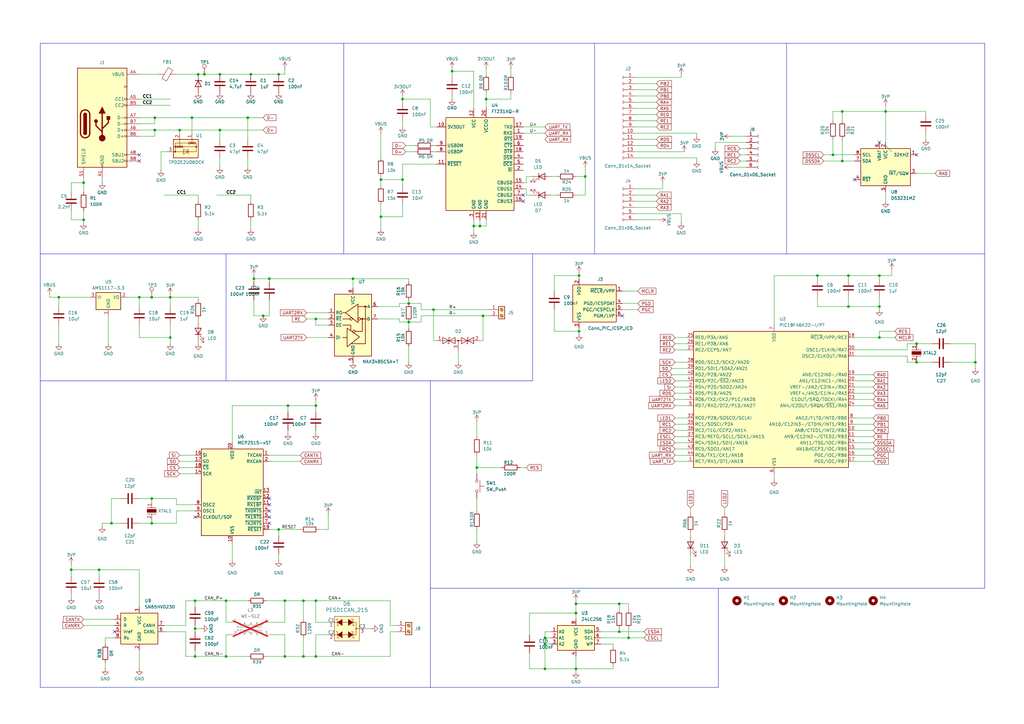
<source format=kicad_sch>
(kicad_sch (version 20250114) (generator "eeschema") (generator_version "9.0")
  (paper "A3")
  (junction (at 116.84 246.38))
  (junction (at 375.92 148.59))
  (junction (at 199.39 40.64))
  (junction (at 81.28 30.48))
  (junction (at 24.13 121.92))
  (junction (at 101.6 48.26))
  (junction (at 223.52 264.16))
  (junction (at 223.52 274.32))
  (junction (at 360.68 113.03))
  (junction (at 62.23 204.47))
  (junction (at 129.54 246.38))
  (junction (at 114.3 217.17))
  (junction (at 144.78 114.3))
  (junction (at 375.92 140.97))
  (junction (at 114.3 30.48))
  (junction (at 237.49 113.03))
  (junction (at 80.01 246.38))
  (junction (at 254 247.65))
  (junction (at 165.1 40.64))
  (junction (at 165.1 73.66))
  (junction (at 194.31 92.71))
  (junction (at 347.98 113.03))
  (junction (at 360.68 138.43))
  (junction (at 104.14 114.3))
  (junction (at 92.71 269.24))
  (junction (at 124.46 269.24))
  (junction (at 335.28 113.03))
  (junction (at 92.71 246.38))
  (junction (at 360.68 125.73))
  (junction (at 198.12 129.54))
  (junction (at 196.85 92.71))
  (junction (at 363.22 45.72))
  (junction (at 167.64 124.46))
  (junction (at 110.49 114.3))
  (junction (at 129.54 166.37))
  (junction (at 73.66 53.34))
  (junction (at 129.54 130.81))
  (junction (at 78.74 48.26))
  (junction (at 45.72 214.63))
  (junction (at 177.8 127))
  (junction (at 167.64 132.08))
  (junction (at 236.22 274.32))
  (junction (at 345.44 45.72))
  (junction (at 345.44 66.04))
  (junction (at 62.23 121.92))
  (junction (at 62.23 214.63))
  (junction (at 223.52 261.62))
  (junction (at 400.05 148.59))
  (junction (at 63.5 48.26))
  (junction (at 63.5 53.34))
  (junction (at 257.81 261.62))
  (junction (at 80.01 269.24))
  (junction (at 40.64 233.68))
  (junction (at 29.21 233.68))
  (junction (at 185.42 29.21))
  (junction (at 341.63 63.5))
  (junction (at 347.98 125.73))
  (junction (at 90.17 53.34))
  (junction (at 156.21 88.9))
  (junction (at 80.01 257.81))
  (junction (at 102.87 30.48))
  (junction (at 236.22 251.46))
  (junction (at 116.84 269.24))
  (junction (at 195.58 191.77))
  (junction (at 240.03 72.39))
  (junction (at 156.21 73.66))
  (junction (at 129.54 269.24))
  (junction (at 83.82 30.48))
  (junction (at 237.49 135.89))
  (junction (at 118.11 166.37))
  (junction (at 107.95 129.54))
  (junction (at 34.29 90.17))
  (junction (at 90.17 30.48))
  (junction (at 34.29 74.93))
  (junction (at 57.15 121.92))
  (junction (at 236.22 247.65))
  (junction (at 69.85 138.43))
  (junction (at 124.46 246.38))
  (junction (at 69.85 121.92))
  (junction (at 254 259.08))
  (no_connect (at 110.49 212.09))
  (no_connect (at 57.15 66.04))
  (no_connect (at 255.27 129.54))
  (no_connect (at 110.49 209.55))
  (no_connect (at 360.68 58.42))
  (no_connect (at 110.49 204.47))
  (no_connect (at 214.63 82.55))
  (no_connect (at 214.63 80.01))
  (no_connect (at 80.01 212.09))
  (no_connect (at 350.52 73.66))
  (no_connect (at 110.49 207.01))
  (no_connect (at 110.49 214.63))
  (no_connect (at 46.99 259.08))
  (no_connect (at 57.15 63.5))
  (no_connect (at 375.92 63.5))
  (bus_entry (at 363.22 59.69) (size 2.54 2.54))
  (wire (pts (xy 124.46 246.38) (xy 116.84 246.38)))
  (wire (pts (xy 73.66 53.34) (xy 73.66 54.61)))
  (wire (pts (xy 116.84 246.38) (xy 116.84 255.27)))
  (wire (pts (xy 217.17 274.32) (xy 223.52 274.32)))
  (polyline (pts (xy 176.53 156.21) (xy 218.44 156.21)))
  (wire (pts (xy 257.81 250.19) (xy 257.81 247.65)))
  (wire (pts (xy 347.98 113.03) (xy 347.98 114.3)))
  (wire (pts (xy 41.91 215.9) (xy 41.91 214.63)))
  (wire (pts (xy 109.22 269.24) (xy 116.84 269.24)))
  (wire (pts (xy 335.28 125.73) (xy 347.98 125.73)))
  (wire (pts (xy 92.71 246.38) (xy 80.01 246.38)))
  (wire (pts (xy 240.03 72.39) (xy 240.03 80.01)))
  (wire (pts (xy 198.12 129.54) (xy 172.72 129.54)))
  (wire (pts (xy 125.73 138.43) (xy 134.62 138.43)))
  (wire (pts (xy 303.53 66.04) (xy 306.07 66.04)))
  (wire (pts (xy 350.52 181.61) (xy 358.14 181.61)))
  (wire (pts (xy 129.54 133.35) (xy 129.54 130.81)))
  (wire (pts (xy 68.58 62.23) (xy 66.04 62.23)))
  (wire (pts (xy 260.35 80.01) (xy 269.24 80.01)))
  (wire (pts (xy 90.17 53.34) (xy 107.95 53.34)))
  (wire (pts (xy 114.3 30.48) (xy 116.84 30.48)))
  (polyline (pts (xy 176.53 281.94) (xy 176.53 156.21)))
  (wire (pts (xy 214.63 52.07) (xy 223.52 52.07)))
  (wire (pts (xy 246.38 259.08) (xy 254 259.08)))
  (wire (pts (xy 165.1 67.31) (xy 165.1 73.66)))
  (wire (pts (xy 166.37 59.69) (xy 170.18 59.69)))
  (wire (pts (xy 215.9 72.39) (xy 215.9 74.93)))
  (wire (pts (xy 350.52 143.51) (xy 372.11 143.51)))
  (wire (pts (xy 236.22 251.46) (xy 236.22 254)))
  (wire (pts (xy 49.53 214.63) (xy 45.72 214.63)))
  (wire (pts (xy 72.39 209.55) (xy 72.39 214.63)))
  (wire (pts (xy 345.44 49.53) (xy 345.44 45.72)))
  (wire (pts (xy 156.21 88.9) (xy 156.21 93.98)))
  (wire (pts (xy 154.94 125.73) (xy 163.83 125.73)))
  (polyline (pts (xy 17.78 17.78) (xy 140.97 17.78)))
  (wire (pts (xy 276.86 166.37) (xy 281.94 166.37)))
  (wire (pts (xy 129.54 260.35) (xy 129.54 269.24)))
  (wire (pts (xy 226.06 259.08) (xy 223.52 259.08)))
  (wire (pts (xy 167.64 114.3) (xy 144.78 114.3)))
  (wire (pts (xy 62.23 121.92) (xy 69.85 121.92)))
  (wire (pts (xy 360.68 113.03) (xy 365.76 113.03)))
  (wire (pts (xy 260.35 46.99) (xy 269.24 46.99)))
  (wire (pts (xy 350.52 166.37) (xy 358.14 166.37)))
  (wire (pts (xy 95.25 255.27) (xy 92.71 255.27)))
  (wire (pts (xy 67.31 259.08) (xy 76.2 259.08)))
  (polyline (pts (xy 140.97 104.14) (xy 16.51 104.14)))
  (wire (pts (xy 335.28 113.03) (xy 335.28 114.3)))
  (polyline (pts (xy 294.64 281.94) (xy 294.64 241.3)))
  (wire (pts (xy 223.52 264.16) (xy 226.06 264.16)))
  (wire (pts (xy 283.21 218.44) (xy 283.21 219.71)))
  (wire (pts (xy 275.59 153.67) (xy 281.94 153.67)))
  (wire (pts (xy 260.35 82.55) (xy 269.24 82.55)))
  (wire (pts (xy 330.2 184.15) (xy 332.74 184.15)))
  (wire (pts (xy 347.98 121.92) (xy 347.98 125.73)))
  (wire (pts (xy 90.17 30.48) (xy 102.87 30.48)))
  (wire (pts (xy 195.58 191.77) (xy 195.58 186.69)))
  (wire (pts (xy 156.21 83.82) (xy 156.21 88.9)))
  (wire (pts (xy 34.29 86.36) (xy 34.29 90.17)))
  (wire (pts (xy 260.35 49.53) (xy 269.24 49.53)))
  (wire (pts (xy 57.15 53.34) (xy 63.5 53.34)))
  (wire (pts (xy 260.35 39.37) (xy 269.24 39.37)))
  (wire (pts (xy 29.21 74.93) (xy 29.21 78.74)))
  (wire (pts (xy 223.52 259.08) (xy 223.52 261.62)))
  (wire (pts (xy 110.49 255.27) (xy 116.84 255.27)))
  (wire (pts (xy 360.68 121.92) (xy 360.68 125.73)))
  (wire (pts (xy 400.05 140.97) (xy 400.05 148.59)))
  (wire (pts (xy 297.18 218.44) (xy 297.18 219.71)))
  (wire (pts (xy 350.52 158.75) (xy 358.14 158.75)))
  (wire (pts (xy 177.8 139.7) (xy 177.8 127)))
  (wire (pts (xy 40.64 233.68) (xy 40.64 236.22)))
  (wire (pts (xy 255.27 127) (xy 261.62 127)))
  (wire (pts (xy 240.03 80.01) (xy 236.22 80.01)))
  (wire (pts (xy 337.82 66.04) (xy 345.44 66.04)))
  (wire (pts (xy 110.49 123.19) (xy 110.49 129.54)))
  (wire (pts (xy 350.52 146.05) (xy 372.11 146.05)))
  (wire (pts (xy 81.28 90.17) (xy 81.28 93.98)))
  (wire (pts (xy 67.31 80.01) (xy 81.28 80.01)))
  (wire (pts (xy 34.29 256.54) (xy 46.99 256.54)))
  (wire (pts (xy 276.86 186.69) (xy 281.94 186.69)))
  (wire (pts (xy 81.28 130.81) (xy 81.28 132.08)))
  (wire (pts (xy 29.21 231.14) (xy 29.21 233.68)))
  (wire (pts (xy 29.21 233.68) (xy 40.64 233.68)))
  (wire (pts (xy 102.87 30.48) (xy 114.3 30.48)))
  (wire (pts (xy 276.86 138.43) (xy 281.94 138.43)))
  (wire (pts (xy 165.1 49.53) (xy 165.1 52.07)))
  (wire (pts (xy 350.52 184.15) (xy 358.14 184.15)))
  (polyline (pts (xy 16.51 104.14) (xy 16.51 156.21)))
  (wire (pts (xy 240.03 68.58) (xy 240.03 72.39)))
  (wire (pts (xy 104.14 113.03) (xy 104.14 114.3)))
  (polyline (pts (xy 16.51 104.14) (xy 16.51 17.78)))
  (wire (pts (xy 372.11 143.51) (xy 372.11 140.97)))
  (wire (pts (xy 163.83 125.73) (xy 163.83 124.46)))
  (wire (pts (xy 102.87 82.55) (xy 102.87 80.01)))
  (wire (pts (xy 293.37 58.42) (xy 293.37 60.96)))
  (wire (pts (xy 185.42 29.21) (xy 194.31 29.21)))
  (wire (pts (xy 63.5 48.26) (xy 78.74 48.26)))
  (wire (pts (xy 317.5 113.03) (xy 335.28 113.03)))
  (wire (pts (xy 124.46 254) (xy 124.46 246.38)))
  (polyline (pts (xy 176.53 281.94) (xy 294.64 281.94)))
  (wire (pts (xy 163.83 132.08) (xy 167.64 132.08)))
  (polyline (pts (xy 322.58 17.78) (xy 322.58 104.14)))
  (wire (pts (xy 62.23 204.47) (xy 62.23 205.74)))
  (polyline (pts (xy 322.58 104.14) (xy 403.86 104.14)))
  (wire (pts (xy 375.92 148.59) (xy 382.27 148.59)))
  (wire (pts (xy 317.5 133.35) (xy 317.5 113.03)))
  (wire (pts (xy 162.56 259.08) (xy 160.02 259.08)))
  (wire (pts (xy 227.33 127) (xy 227.33 135.89)))
  (polyline (pts (xy 140.97 17.78) (xy 140.97 104.14)))
  (wire (pts (xy 73.66 189.23) (xy 80.01 189.23)))
  (wire (pts (xy 110.49 189.23) (xy 123.19 189.23)))
  (wire (pts (xy 109.22 246.38) (xy 116.84 246.38)))
  (wire (pts (xy 350.52 163.83) (xy 358.14 163.83)))
  (wire (pts (xy 185.42 27.94) (xy 185.42 29.21)))
  (wire (pts (xy 223.52 274.32) (xy 236.22 274.32)))
  (wire (pts (xy 360.68 113.03) (xy 360.68 114.3)))
  (wire (pts (xy 76.2 269.24) (xy 76.2 259.08)))
  (wire (pts (xy 80.01 246.38) (xy 76.2 246.38)))
  (wire (pts (xy 283.21 208.28) (xy 283.21 210.82)))
  (wire (pts (xy 125.73 130.81) (xy 129.54 130.81)))
  (wire (pts (xy 156.21 54.61) (xy 156.21 64.77)))
  (wire (pts (xy 165.1 88.9) (xy 156.21 88.9)))
  (wire (pts (xy 226.06 72.39) (xy 228.6 72.39)))
  (wire (pts (xy 44.45 129.54) (xy 44.45 140.97)))
  (wire (pts (xy 281.94 181.61) (xy 276.86 181.61)))
  (polyline (pts (xy 16.51 156.21) (xy 121.92 156.21)))
  (wire (pts (xy 372.11 140.97) (xy 375.92 140.97)))
  (polyline (pts (xy 322.58 104.14) (xy 243.84 104.14)))
  (wire (pts (xy 260.35 77.47) (xy 271.78 77.47)))
  (wire (pts (xy 69.85 120.65) (xy 69.85 121.92)))
  (wire (pts (xy 167.64 123.19) (xy 167.64 124.46)))
  (wire (pts (xy 236.22 246.38) (xy 236.22 247.65)))
  (wire (pts (xy 293.37 58.42) (xy 306.07 58.42)))
  (wire (pts (xy 63.5 50.8) (xy 63.5 48.26)))
  (polyline (pts (xy 92.71 104.14) (xy 92.71 149.86)))
  (wire (pts (xy 345.44 45.72) (xy 363.22 45.72)))
  (wire (pts (xy 187.96 143.51) (xy 187.96 148.59)))
  (wire (pts (xy 236.22 72.39) (xy 240.03 72.39)))
  (wire (pts (xy 279.4 87.63) (xy 279.4 91.44)))
  (wire (pts (xy 104.14 129.54) (xy 107.95 129.54)))
  (wire (pts (xy 24.13 121.92) (xy 24.13 125.73)))
  (wire (pts (xy 29.21 243.84) (xy 29.21 245.11)))
  (wire (pts (xy 260.35 52.07) (xy 269.24 52.07)))
  (wire (pts (xy 280.67 62.23) (xy 260.35 62.23)))
  (wire (pts (xy 236.22 247.65) (xy 236.22 251.46)))
  (wire (pts (xy 81.28 82.55) (xy 81.28 80.01)))
  (wire (pts (xy 167.64 115.57) (xy 167.64 114.3)))
  (wire (pts (xy 317.5 194.31) (xy 317.5 196.85)))
  (wire (pts (xy 24.13 133.35) (xy 24.13 140.97)))
  (wire (pts (xy 276.86 173.99) (xy 281.94 173.99)))
  (wire (pts (xy 363.22 45.72) (xy 363.22 58.42)))
  (wire (pts (xy 279.4 31.75) (xy 279.4 30.48)))
  (wire (pts (xy 41.91 73.66) (xy 41.91 74.93)))
  (wire (pts (xy 69.85 121.92) (xy 69.85 125.73)))
  (wire (pts (xy 57.15 50.8) (xy 63.5 50.8)))
  (polyline (pts (xy 176.53 156.21) (xy 121.92 156.21)))
  (wire (pts (xy 90.17 53.34) (xy 90.17 57.15)))
  (wire (pts (xy 297.18 227.33) (xy 297.18 232.41)))
  (wire (pts (xy 69.85 138.43) (xy 69.85 140.97)))
  (wire (pts (xy 57.15 121.92) (xy 62.23 121.92)))
  (wire (pts (xy 341.63 57.15) (xy 341.63 63.5)))
  (wire (pts (xy 34.29 90.17) (xy 34.29 91.44)))
  (wire (pts (xy 389.89 140.97) (xy 400.05 140.97)))
  (wire (pts (xy 260.35 90.17) (xy 270.51 90.17)))
  (wire (pts (xy 214.63 74.93) (xy 215.9 74.93)))
  (wire (pts (xy 246.38 264.16) (xy 251.46 264.16)))
  (wire (pts (xy 185.42 31.75) (xy 185.42 29.21)))
  (wire (pts (xy 177.8 59.69) (xy 179.07 59.69)))
  (wire (pts (xy 379.73 45.72) (xy 363.22 45.72)))
  (wire (pts (xy 223.52 261.62) (xy 223.52 264.16)))
  (wire (pts (xy 199.39 90.17) (xy 199.39 92.71)))
  (wire (pts (xy 341.63 45.72) (xy 341.63 49.53)))
  (wire (pts (xy 254 247.65) (xy 257.81 247.65)))
  (wire (pts (xy 196.85 92.71) (xy 194.31 92.71)))
  (wire (pts (xy 236.22 274.32) (xy 236.22 275.59)))
  (polyline (pts (xy 16.51 156.21) (xy 16.51 281.94)))
  (wire (pts (xy 237.49 134.62) (xy 237.49 135.89)))
  (wire (pts (xy 110.49 114.3) (xy 144.78 114.3)))
  (wire (pts (xy 350.52 173.99) (xy 358.14 173.99)))
  (wire (pts (xy 156.21 72.39) (xy 156.21 73.66)))
  (wire (pts (xy 236.22 274.32) (xy 251.46 274.32)))
  (wire (pts (xy 78.74 48.26) (xy 78.74 54.61)))
  (wire (pts (xy 179.07 52.07) (xy 176.53 52.07)))
  (wire (pts (xy 215.9 72.39) (xy 218.44 72.39)))
  (wire (pts (xy 92.71 246.38) (xy 92.71 255.27)))
  (wire (pts (xy 165.1 40.64) (xy 165.1 41.91)))
  (wire (pts (xy 195.58 204.47) (xy 195.58 209.55)))
  (wire (pts (xy 179.07 139.7) (xy 177.8 139.7)))
  (wire (pts (xy 162.56 256.54) (xy 160.02 256.54)))
  (wire (pts (xy 73.66 191.77) (xy 80.01 191.77)))
  (wire (pts (xy 227.33 113.03) (xy 237.49 113.03)))
  (wire (pts (xy 276.86 156.21) (xy 281.94 156.21)))
  (wire (pts (xy 154.94 130.81) (xy 163.83 130.81)))
  (wire (pts (xy 67.31 256.54) (xy 76.2 256.54)))
  (wire (pts (xy 236.22 269.24) (xy 236.22 274.32)))
  (wire (pts (xy 118.11 166.37) (xy 118.11 168.91)))
  (wire (pts (xy 57.15 138.43) (xy 69.85 138.43)))
  (wire (pts (xy 124.46 269.24) (xy 116.84 269.24)))
  (polyline (pts (xy 243.84 104.14) (xy 140.97 104.14)))
  (wire (pts (xy 335.28 121.92) (xy 335.28 125.73)))
  (wire (pts (xy 166.37 62.23) (xy 170.18 62.23)))
  (wire (pts (xy 57.15 214.63) (xy 62.23 214.63)))
  (wire (pts (xy 350.52 186.69) (xy 358.14 186.69)))
  (wire (pts (xy 110.49 260.35) (xy 116.84 260.35)))
  (wire (pts (xy 276.86 176.53) (xy 281.94 176.53)))
  (wire (pts (xy 347.98 113.03) (xy 360.68 113.03)))
  (polyline (pts (xy 140.97 17.78) (xy 243.84 17.78)))
  (wire (pts (xy 199.39 38.1) (xy 199.39 40.64)))
  (wire (pts (xy 73.66 53.34) (xy 90.17 53.34)))
  (wire (pts (xy 276.86 163.83) (xy 281.94 163.83)))
  (wire (pts (xy 276.86 171.45) (xy 281.94 171.45)))
  (wire (pts (xy 172.72 129.54) (xy 172.72 132.08)))
  (wire (pts (xy 198.12 129.54) (xy 200.66 129.54)))
  (wire (pts (xy 165.1 73.66) (xy 156.21 73.66)))
  (wire (pts (xy 363.22 43.18) (xy 363.22 45.72)))
  (wire (pts (xy 78.74 48.26) (xy 101.6 48.26)))
  (wire (pts (xy 80.01 257.81) (xy 80.01 259.08)))
  (wire (pts (xy 40.64 243.84) (xy 40.64 245.11)))
  (wire (pts (xy 165.1 39.37) (xy 165.1 40.64)))
  (wire (pts (xy 73.66 186.69) (xy 80.01 186.69)))
  (wire (pts (xy 379.73 54.61) (xy 379.73 57.15)))
  (wire (pts (xy 43.18 261.62) (xy 46.99 261.62)))
  (wire (pts (xy 227.33 135.89) (xy 237.49 135.89)))
  (wire (pts (xy 217.17 260.35) (xy 217.17 251.46)))
  (wire (pts (xy 81.28 30.48) (xy 83.82 30.48)))
  (wire (pts (xy 69.85 133.35) (xy 69.85 138.43)))
  (wire (pts (xy 129.54 168.91) (xy 129.54 166.37)))
  (wire (pts (xy 276.86 184.15) (xy 281.94 184.15)))
  (wire (pts (xy 213.36 191.77) (xy 215.9 191.77)))
  (wire (pts (xy 285.75 54.61) (xy 285.75 55.88)))
  (wire (pts (xy 196.85 90.17) (xy 196.85 92.71)))
  (wire (pts (xy 40.64 233.68) (xy 57.15 233.68)))
  (wire (pts (xy 57.15 266.7) (xy 57.15 274.32)))
  (polyline (pts (xy 176.53 241.3) (xy 403.86 241.3)))
  (wire (pts (xy 198.12 129.54) (xy 198.12 139.7)))
  (wire (pts (xy 276.86 140.97) (xy 281.94 140.97)))
  (wire (pts (xy 34.29 73.66) (xy 34.29 74.93)))
  (wire (pts (xy 367.03 135.89) (xy 360.68 135.89)))
  (wire (pts (xy 209.55 27.94) (xy 209.55 30.48)))
  (wire (pts (xy 194.31 90.17) (xy 194.31 92.71)))
  (wire (pts (xy 92.71 269.24) (xy 101.6 269.24)))
  (wire (pts (xy 104.14 123.19) (xy 104.14 129.54)))
  (wire (pts (xy 63.5 53.34) (xy 73.66 53.34)))
  (wire (pts (xy 350.52 161.29) (xy 358.14 161.29)))
  (wire (pts (xy 163.83 124.46) (xy 167.64 124.46)))
  (wire (pts (xy 223.52 264.16) (xy 223.52 274.32)))
  (wire (pts (xy 350.52 153.67) (xy 358.14 153.67)))
  (wire (pts (xy 350.52 156.21) (xy 358.14 156.21)))
  (wire (pts (xy 80.01 256.54) (xy 80.01 257.81)))
  (wire (pts (xy 63.5 55.88) (xy 63.5 53.34)))
  (wire (pts (xy 271.78 77.47) (xy 271.78 74.93)))
  (wire (pts (xy 90.17 64.77) (xy 90.17 68.58)))
  (wire (pts (xy 116.84 260.35) (xy 116.84 269.24)))
  (wire (pts (xy 101.6 64.77) (xy 101.6 68.58)))
  (wire (pts (xy 350.52 179.07) (xy 358.14 179.07)))
  (wire (pts (xy 95.25 166.37) (xy 118.11 166.37)))
  (wire (pts (xy 129.54 163.83) (xy 129.54 166.37)))
  (wire (pts (xy 199.39 92.71) (xy 196.85 92.71)))
  (wire (pts (xy 62.23 214.63) (xy 62.23 213.36)))
  (wire (pts (xy 195.58 191.77) (xy 205.74 191.77)))
  (wire (pts (xy 209.55 38.1) (xy 209.55 40.64)))
  (wire (pts (xy 375.92 140.97) (xy 382.27 140.97)))
  (wire (pts (xy 72.39 30.48) (xy 81.28 30.48)))
  (wire (pts (xy 303.53 60.96) (xy 306.07 60.96)))
  (wire (pts (xy 57.15 43.18) (xy 69.85 43.18)))
  (wire (pts (xy 360.68 138.43) (xy 367.03 138.43)))
  (wire (pts (xy 72.39 214.63) (xy 62.23 214.63)))
  (wire (pts (xy 81.28 123.19) (xy 81.28 121.92)))
  (wire (pts (xy 257.81 261.62) (xy 264.16 261.62)))
  (wire (pts (xy 160.02 246.38) (xy 129.54 246.38)))
  (wire (pts (xy 104.14 114.3) (xy 110.49 114.3)))
  (wire (pts (xy 365.76 110.49) (xy 365.76 113.03)))
  (wire (pts (xy 209.55 40.64) (xy 199.39 40.64)))
  (wire (pts (xy 49.53 204.47) (xy 45.72 204.47)))
  (wire (pts (xy 260.35 64.77) (xy 285.75 64.77)))
  (wire (pts (xy 283.21 227.33) (xy 283.21 232.41)))
  (wire (pts (xy 57.15 48.26) (xy 63.5 48.26)))
  (wire (pts (xy 363.22 78.74) (xy 363.22 82.55)))
  (wire (pts (xy 375.92 71.12) (xy 383.54 71.12)))
  (wire (pts (xy 177.8 62.23) (xy 179.07 62.23)))
  (wire (pts (xy 341.63 63.5) (xy 350.52 63.5)))
  (wire (pts (xy 276.86 161.29) (xy 281.94 161.29)))
  (wire (pts (xy 276.86 158.75) (xy 281.94 158.75)))
  (wire (pts (xy 88.9 80.01) (xy 102.87 80.01)))
  (wire (pts (xy 199.39 40.64) (xy 199.39 44.45)))
  (wire (pts (xy 276.86 143.51) (xy 281.94 143.51)))
  (wire (pts (xy 163.83 130.81) (xy 163.83 132.08)))
  (wire (pts (xy 101.6 48.26) (xy 107.95 48.26)))
  (wire (pts (xy 345.44 57.15) (xy 345.44 66.04)))
  (wire (pts (xy 172.72 132.08) (xy 167.64 132.08)))
  (wire (pts (xy 92.71 260.35) (xy 92.71 269.24)))
  (polyline (pts (xy 403.86 17.78) (xy 322.58 17.78)))
  (wire (pts (xy 251.46 274.32) (xy 251.46 273.05)))
  (wire (pts (xy 160.02 259.08) (xy 160.02 269.24)))
  (wire (pts (xy 45.72 204.47) (xy 45.72 214.63)))
  (wire (pts (xy 165.1 40.64) (xy 176.53 40.64)))
  (wire (pts (xy 118.11 176.53) (xy 118.11 177.8)))
  (polyline (pts (xy 243.84 17.78) (xy 322.58 17.78)))
  (wire (pts (xy 185.42 40.64) (xy 185.42 39.37)))
  (wire (pts (xy 350.52 176.53) (xy 358.14 176.53)))
  (wire (pts (xy 80.01 207.01) (xy 72.39 207.01)))
  (wire (pts (xy 57.15 40.64) (xy 69.85 40.64)))
  (polyline (pts (xy 16.51 281.94) (xy 176.53 281.94)))
  (wire (pts (xy 144.78 114.3) (xy 144.78 118.11)))
  (wire (pts (xy 227.33 119.38) (xy 227.33 113.03)))
  (wire (pts (xy 237.49 111.76) (xy 237.49 113.03)))
  (wire (pts (xy 57.15 133.35) (xy 57.15 138.43)))
  (wire (pts (xy 251.46 264.16) (xy 251.46 265.43)))
  (wire (pts (xy 101.6 246.38) (xy 92.71 246.38)))
  (wire (pts (xy 95.25 260.35) (xy 92.71 260.35)))
  (wire (pts (xy 260.35 44.45) (xy 269.24 44.45)))
  (wire (pts (xy 176.53 52.07) (xy 176.53 40.64)))
  (wire (pts (xy 257.81 257.81) (xy 257.81 261.62)))
  (wire (pts (xy 260.35 36.83) (xy 269.24 36.83)))
  (wire (pts (xy 303.53 63.5) (xy 306.07 63.5)))
  (polyline (pts (xy 218.44 156.21) (xy 218.44 104.14)))
  (wire (pts (xy 52.07 121.92) (xy 57.15 121.92)))
  (wire (pts (xy 215.9 77.47) (xy 215.9 80.01)))
  (wire (pts (xy 110.49 129.54) (xy 107.95 129.54)))
  (wire (pts (xy 134.62 133.35) (xy 129.54 133.35)))
  (polyline (pts (xy 16.51 17.78) (xy 17.78 17.78)))
  (wire (pts (xy 347.98 125.73) (xy 360.68 125.73)))
  (wire (pts (xy 73.66 194.31) (xy 80.01 194.31)))
  (polyline (pts (xy 243.84 17.78) (xy 243.84 104.14)))
  (wire (pts (xy 350.52 189.23) (xy 358.14 189.23)))
  (wire (pts (xy 200.66 127) (xy 177.8 127)))
  (wire (pts (xy 43.18 271.78) (xy 43.18 274.32)))
  (wire (pts (xy 379.73 46.99) (xy 379.73 45.72)))
  (wire (pts (xy 134.62 260.35) (xy 129.54 260.35)))
  (wire (pts (xy 83.82 30.48) (xy 90.17 30.48)))
  (wire (pts (xy 29.21 236.22) (xy 29.21 233.68)))
  (wire (pts (xy 20.32 121.92) (xy 24.13 121.92)))
  (wire (pts (xy 335.28 113.03) (xy 347.98 113.03)))
  (wire (pts (xy 179.07 67.31) (xy 165.1 67.31)))
  (wire (pts (xy 129.54 269.24) (xy 124.46 269.24)))
  (wire (pts (xy 255.27 124.46) (xy 261.62 124.46)))
  (wire (pts (xy 92.71 269.24) (xy 80.01 269.24)))
  (wire (pts (xy 285.75 64.77) (xy 285.75 66.04)))
  (polyline (pts (xy 403.86 241.3) (xy 403.86 17.78)))
  (wire (pts (xy 372.11 146.05) (xy 372.11 148.59)))
  (wire (pts (xy 276.86 189.23) (xy 281.94 189.23)))
  (wire (pts (xy 80.01 269.24) (xy 76.2 269.24)))
  (wire (pts (xy 260.35 57.15) (xy 269.24 57.15)))
  (polyline (pts (xy 92.71 149.86) (xy 92.71 156.21)))
  (wire (pts (xy 66.04 62.23) (xy 66.04 69.85)))
  (wire (pts (xy 217.17 251.46) (xy 236.22 251.46)))
  (wire (pts (xy 165.1 83.82) (xy 165.1 88.9)))
  (wire (pts (xy 134.62 217.17) (xy 130.81 217.17)))
  (wire (pts (xy 24.13 121.92) (xy 36.83 121.92)))
  (wire (pts (xy 41.91 214.63) (xy 45.72 214.63)))
  (wire (pts (xy 345.44 66.04) (xy 350.52 66.04)))
  (wire (pts (xy 57.15 55.88) (xy 63.5 55.88)))
  (wire (pts (xy 29.21 90.17) (xy 34.29 90.17)))
  (wire (pts (xy 129.54 166.37) (xy 118.11 166.37)))
  (wire (pts (xy 276.86 148.59) (xy 281.94 148.59)))
  (wire (pts (xy 167.64 132.08) (xy 167.64 134.62)))
  (wire (pts (xy 57.15 30.48) (xy 64.77 30.48)))
  (wire (pts (xy 350.52 171.45) (xy 358.14 171.45)))
  (wire (pts (xy 165.1 73.66) (xy 165.1 76.2)))
  (wire (pts (xy 299.72 68.58) (xy 306.07 68.58)))
  (wire (pts (xy 237.49 113.03) (xy 237.49 114.3)))
  (wire (pts (xy 217.17 267.97) (xy 217.17 274.32)))
  (wire (pts (xy 360.68 125.73) (xy 360.68 127)))
  (wire (pts (xy 260.35 41.91) (xy 269.24 41.91)))
  (wire (pts (xy 124.46 261.62) (xy 124.46 269.24)))
  (wire (pts (xy 223.52 261.62) (xy 226.06 261.62)))
  (wire (pts (xy 260.35 54.61) (xy 285.75 54.61)))
  (wire (pts (xy 299.72 55.88) (xy 306.07 55.88)))
  (wire (pts (xy 57.15 121.92) (xy 57.15 125.73)))
  (wire (pts (xy 43.18 264.16) (xy 43.18 261.62)))
  (wire (pts (xy 195.58 217.17) (xy 195.58 222.25)))
  (wire (pts (xy 80.01 257.81) (xy 82.55 257.81)))
  (wire (pts (xy 95.25 166.37) (xy 95.25 181.61)))
  (wire (pts (xy 215.9 80.01) (xy 218.44 80.01)))
  (wire (pts (xy 34.29 254) (xy 46.99 254)))
  (wire (pts (xy 260.35 59.69) (xy 269.24 59.69)))
  (wire (pts (xy 160.02 256.54) (xy 160.02 246.38)))
  (wire (pts (xy 255.27 119.38) (xy 261.62 119.38)))
  (wire (pts (xy 372.11 148.59) (xy 375.92 148.59)))
  (wire (pts (xy 260.35 34.29) (xy 269.24 34.29)))
  (wire (pts (xy 194.31 29.21) (xy 194.31 44.45)))
  (wire (pts (xy 34.29 74.93) (xy 34.29 78.74)))
  (wire (pts (xy 260.35 31.75) (xy 279.4 31.75)))
  (wire (pts (xy 199.39 27.94) (xy 199.39 30.48)))
  (wire (pts (xy 102.87 90.17) (xy 102.87 93.98)))
  (wire (pts (xy 72.39 207.01) (xy 72.39 204.47)))
  (wire (pts (xy 260.35 87.63) (xy 279.4 87.63)))
  (wire (pts (xy 149.86 257.81) (xy 152.4 257.81)))
  (wire (pts (xy 226.06 80.01) (xy 228.6 80.01)))
  (wire (pts (xy 172.72 127) (xy 172.72 124.46)))
  (wire (pts (xy 260.35 85.09) (xy 269.24 85.09)))
  (wire (pts (xy 114.3 217.17) (xy 123.19 217.17)))
  (wire (pts (xy 337.82 63.5) (xy 341.63 63.5)))
  (wire (pts (xy 110.49 186.69) (xy 123.19 186.69)))
  (wire (pts (xy 341.63 45.72) (xy 345.44 45.72)))
  (wire (pts (xy 101.6 48.26) (xy 101.6 57.15)))
  (wire (pts (xy 116.84 27.94) (xy 116.84 30.48)))
  (wire (pts (xy 57.15 233.68) (xy 57.15 248.92)))
  (wire (pts (xy 80.01 209.55) (xy 72.39 209.55)))
  (wire (pts (xy 80.01 246.38) (xy 80.01 248.92)))
  (wire (pts (xy 195.58 191.77) (xy 195.58 194.31)))
  (wire (pts (xy 129.54 246.38) (xy 124.46 246.38)))
  (wire (pts (xy 156.21 73.66) (xy 156.21 76.2)))
  (wire (pts (xy 237.49 135.89) (xy 237.49 137.16)))
  (wire (pts (xy 389.89 148.59) (xy 400.05 148.59)))
  (wire (pts (xy 350.52 138.43) (xy 360.68 138.43)))
  (wire (pts (xy 29.21 86.36) (xy 29.21 90.17)))
  (wire (pts (xy 160.02 269.24) (xy 129.54 269.24)))
  (wire (pts (xy 129.54 130.81) (xy 134.62 130.81)))
  (wire (pts (xy 360.68 135.89) (xy 360.68 138.43)))
  (wire (pts (xy 196.85 139.7) (xy 198.12 139.7)))
  (wire (pts (xy 80.01 266.7) (xy 80.01 269.24)))
  (wire (pts (xy 167.64 142.24) (xy 167.64 148.59)))
  (wire (pts (xy 297.18 208.28) (xy 297.18 210.82)))
  (wire (pts (xy 281.94 179.07) (xy 276.86 179.07)))
  (wire (pts (xy 69.85 121.92) (xy 81.28 121.92)))
  (wire (pts (xy 114.3 217.17) (xy 114.3 219.71)))
  (wire (pts (xy 72.39 204.47) (xy 62.23 204.47)))
  (wire (pts (xy 254 257.81) (xy 254 259.08)))
  (wire (pts (xy 20.32 120.65) (xy 20.32 121.92)))
  (wire (pts (xy 275.59 151.13) (xy 281.94 151.13)))
  (wire (pts (xy 57.15 204.47) (xy 62.23 204.47)))
  (wire (pts (xy 214.63 54.61) (xy 223.52 54.61)))
  (wire (pts (xy 29.21 74.93) (xy 34.29 74.93)))
  (wire (pts (xy 254 259.08) (xy 264.16 259.08)))
  (wire (pts (xy 110.49 114.3) (xy 110.49 115.57)))
  (wire (pts (xy 95.25 222.25) (xy 95.25 229.87)))
  (wire (pts (xy 134.62 255.27) (xy 129.54 255.27)))
  (wire (pts (xy 125.73 128.27) (xy 134.62 128.27)))
  (wire (pts (xy 246.38 261.62) (xy 257.81 261.62)))
  (wire (pts (xy 236.22 247.65) (xy 254 247.65)))
  (wire (pts (xy 129.54 255.27) (xy 129.54 246.38)))
  (wire (pts (xy 110.49 217.17) (xy 114.3 217.17)))
  (wire (pts (xy 134.62 210.82) (xy 134.62 217.17)))
  (wire (pts (xy 254 247.65) (xy 254 250.19)))
  (wire (pts (xy 104.14 115.57) (xy 104.14 114.3)))
  (wire (pts (xy 76.2 246.38) (xy 76.2 256.54)))
  (wire (pts (xy 172.72 127) (xy 177.8 127)))
  (wire (pts (xy 129.54 176.53) (xy 129.54 177.8)))
  (wire (pts (xy 194.31 92.71) (xy 194.31 95.25)))
  (wire (pts (xy 400.05 148.59) (xy 400.05 151.13)))
  (wire (pts (xy 214.63 77.47) (xy 215.9 77.47)))
  (wire (pts (xy 195.58 172.72) (xy 195.58 179.07)))
  (wire (pts (xy 114.3 227.33) (xy 114.3 229.87)))
  (wire (pts (xy 81.28 139.7) (xy 81.28 140.97)))
  (wire (pts (xy 172.72 124.46) (xy 167.64 124.46)))
  (label "CAN-" (at 135.89 269.24 0))
  (label "CC1" (at 58.42 40.64 0) (effects (font (thickness 0.254) (bold yes))))
  (label "R+" (at 184.15 127 0))
  (label "RESET" (at 115.57 217.17 0))
  (label "R-" (at 184.15 129.54 0))
  (label "CAN_P+" (at 83.82 246.38 0))
  (label "CAN_N-" (at 83.82 269.24 0))
  (label "CC2" (at 92.71 80.01 0) (effects (font (thickness 0.254) (bold yes))))
  (label "CC1" (at 72.39 80.01 0) (effects (font (thickness 0.254) (bold yes))))
  (label "U+" (at 217.17 52.07 0))
  (label "U-" (at 217.17 54.61 0))
  (label "CC2" (at 58.42 43.18 0) (effects (font (thickness 0.254) (bold yes))))
  (label "CAN+" (at 134.62 246.38 0))
  (global_label "UART_RX" (shape input) (at 223.52 57.15 0) (property "Intersheetrefs" "${INTERSHEET_REFS}" (effects (hide yes))))
  (global_label "RC2" (shape input) (at 276.86 176.53 180) (property "Intersheetrefs" "${INTERSHEET_REFS}" (effects (hide yes))))
  (global_label "RE1" (shape input) (at 269.24 49.53 0) (property "Intersheetrefs" "${INTERSHEET_REFS}" (effects (hide yes))))
  (global_label "PGD" (shape input) (at 358.14 189.23 0) (property "Intersheetrefs" "${INTERSHEET_REFS}" (effects (hide yes))))
  (global_label "D-" (shape input) (at 107.95 48.26 0) (property "Intersheetrefs" "${INTERSHEET_REFS}" (effects (hide yes))))
  (global_label "RC5" (shape input) (at 276.86 184.15 180) (property "Intersheetrefs" "${INTERSHEET_REFS}" (effects (hide yes))))
  (global_label "UART_RX" (shape input) (at 223.52 54.61 0) (property "Intersheetrefs" "${INTERSHEET_REFS}" (effects (hide yes))))
  (global_label "RD4" (shape input) (at 269.24 59.69 0) (property "Intersheetrefs" "${INTERSHEET_REFS}" (effects (hide yes))))
  (global_label "UART2TX" (shape input) (at 276.86 163.83 180) (property "Intersheetrefs" "${INTERSHEET_REFS}" (effects (hide yes))))
  (global_label "RA0" (shape input) (at 383.54 71.12 0) (property "Intersheetrefs" "${INTERSHEET_REFS}" (effects (hide yes))))
  (global_label "RA0" (shape input) (at 358.14 153.67 0) (property "Intersheetrefs" "${INTERSHEET_REFS}" (effects (hide yes))))
  (global_label "PB2" (shape input) (at 358.14 176.53 0) (property "Intersheetrefs" "${INTERSHEET_REFS}" (effects (hide yes))))
  (global_label "RE " (shape input) (at 358.14 179.07 0) (property "Intersheetrefs" "${INTERSHEET_REFS}" (effects (hide yes))))
  (global_label "RE0" (shape input) (at 276.86 138.43 180) (property "Intersheetrefs" "${INTERSHEET_REFS}" (effects (hide yes))))
  (global_label "SI" (shape input) (at 73.66 186.69 180) (property "Intersheetrefs" "${INTERSHEET_REFS}" (effects (hide yes))))
  (global_label "RC1" (shape input) (at 276.86 173.99 180) (property "Intersheetrefs" "${INTERSHEET_REFS}" (effects (hide yes))))
  (global_label "CANTX" (shape input) (at 34.29 254 180) (property "Intersheetrefs" "${INTERSHEET_REFS}" (effects (hide yes))))
  (global_label "UART_TX" (shape input) (at 276.86 189.23 180) (property "Intersheetrefs" "${INTERSHEET_REFS}" (effects (hide yes))))
  (global_label "CANRX" (shape input) (at 34.29 256.54 180) (property "Intersheetrefs" "${INTERSHEET_REFS}" (effects (hide yes))))
  (global_label "SCK" (shape input) (at 73.66 194.31 180) (property "Intersheetrefs" "${INTERSHEET_REFS}" (effects (hide yes))))
  (global_label "LED1" (shape input) (at 276.86 171.45 180) (property "Intersheetrefs" "${INTERSHEET_REFS}" (effects (hide yes))))
  (global_label "RA4" (shape input) (at 358.14 163.83 0) (property "Intersheetrefs" "${INTERSHEET_REFS}" (effects (hide yes))))
  (global_label "RES" (shape input) (at 215.9 191.77 0) (property "Intersheetrefs" "${INTERSHEET_REFS}" (effects (hide yes))))
  (global_label "PGC" (shape input) (at 358.14 186.69 0) (property "Intersheetrefs" "${INTERSHEET_REFS}" (effects (hide yes))))
  (global_label "RA2" (shape input) (at 269.24 82.55 0) (property "Intersheetrefs" "${INTERSHEET_REFS}" (effects (hide yes))))
  (global_label "RC1" (shape input) (at 303.53 63.5 180) (property "Intersheetrefs" "${INTERSHEET_REFS}" (effects (hide yes))))
  (global_label "RE2" (shape input) (at 269.24 52.07 0) (property "Intersheetrefs" "${INTERSHEET_REFS}" (effects (hide yes))))
  (global_label "ESDA" (shape input) (at 264.16 259.08 0) (property "Intersheetrefs" "${INTERSHEET_REFS}" (effects (hide yes))))
  (global_label "D+" (shape input) (at 166.37 62.23 180) (property "Intersheetrefs" "${INTERSHEET_REFS}" (effects (hide yes))))
  (global_label "DSSDA" (shape input) (at 337.82 66.04 180) (property "Intersheetrefs" "${INTERSHEET_REFS}" (effects (hide yes))))
  (global_label "ESCL" (shape input) (at 264.16 261.62 0) (property "Intersheetrefs" "${INTERSHEET_REFS}" (effects (hide yes))))
  (global_label "CANTX" (shape input) (at 123.19 186.69 0) (property "Intersheetrefs" "${INTERSHEET_REFS}" (effects (hide yes))))
  (global_label "ESCL" (shape input) (at 276.86 179.07 180) (property "Intersheetrefs" "${INTERSHEET_REFS}" (effects (hide yes))))
  (global_label "CS" (shape input) (at 73.66 191.77 180) (property "Intersheetrefs" "${INTERSHEET_REFS}" (effects (hide yes))))
  (global_label "D-" (shape input) (at 166.37 59.69 180) (property "Intersheetrefs" "${INTERSHEET_REFS}" (effects (hide yes))))
  (global_label "PB2" (shape input) (at 269.24 34.29 0) (property "Intersheetrefs" "${INTERSHEET_REFS}" (effects (hide yes))))
  (global_label "RA5" (shape input) (at 358.14 166.37 0) (property "Intersheetrefs" "${INTERSHEET_REFS}" (effects (hide yes))))
  (global_label "SI" (shape input) (at 276.86 158.75 180) (property "Intersheetrefs" "${INTERSHEET_REFS}" (effects (hide yes))))
  (global_label "RD5" (shape input) (at 276.86 161.29 180) (property "Intersheetrefs" "${INTERSHEET_REFS}" (effects (hide yes))))
  (global_label "LED2" (shape input) (at 276.86 156.21 180) (property "Intersheetrefs" "${INTERSHEET_REFS}" (effects (hide yes))))
  (global_label "RA3" (shape input) (at 269.24 85.09 0) (property "Intersheetrefs" "${INTERSHEET_REFS}" (effects (hide yes))))
  (global_label "RA1" (shape input) (at 358.14 156.21 0) (property "Intersheetrefs" "${INTERSHEET_REFS}" (effects (hide yes))))
  (global_label "RE2" (shape input) (at 276.86 143.51 180) (property "Intersheetrefs" "${INTERSHEET_REFS}" (effects (hide yes))))
  (global_label "RC5" (shape input) (at 303.53 60.96 180) (property "Intersheetrefs" "${INTERSHEET_REFS}" (effects (hide yes))))
  (global_label "DSSCL" (shape input) (at 358.14 184.15 0) (property "Intersheetrefs" "${INTERSHEET_REFS}" (effects (hide yes))))
  (global_label "PB1" (shape input) (at 358.14 173.99 0) (property "Intersheetrefs" "${INTERSHEET_REFS}" (effects (hide yes))))
  (global_label "MCLR" (shape input) (at 367.03 138.43 0) (property "Intersheetrefs" "${INTERSHEET_REFS}" (effects (hide yes))))
  (global_label "RC2" (shape input) (at 303.53 66.04 180) (property "Intersheetrefs" "${INTERSHEET_REFS}" (effects (hide yes))))
  (global_label "PB0" (shape input) (at 358.14 171.45 0) (property "Intersheetrefs" "${INTERSHEET_REFS}" (effects (hide yes))))
  (global_label "SO" (shape input) (at 275.59 151.13 180) (property "Intersheetrefs" "${INTERSHEET_REFS}" (effects (hide yes))))
  (global_label "CANRX" (shape input) (at 123.19 189.23 0) (property "Intersheetrefs" "${INTERSHEET_REFS}" (effects (hide yes))))
  (global_label "CS" (shape input) (at 275.59 153.67 180) (property "Intersheetrefs" "${INTERSHEET_REFS}" (effects (hide yes))))
  (global_label "RES" (shape input) (at 367.03 135.89 0) (property "Intersheetrefs" "${INTERSHEET_REFS}" (effects (hide yes))))
  (global_label "UART_RX" (shape input) (at 276.86 186.69 180) (property "Intersheetrefs" "${INTERSHEET_REFS}" (effects (hide yes))))
  (global_label "DSSDA" (shape input) (at 358.14 181.61 0) (property "Intersheetrefs" "${INTERSHEET_REFS}" (effects (hide yes))))
  (global_label "LED2" (shape input) (at 297.18 208.28 90) (property "Intersheetrefs" "${INTERSHEET_REFS}" (effects (hide yes))))
  (global_label "UART2RX" (shape input) (at 276.86 166.37 180) (property "Intersheetrefs" "${INTERSHEET_REFS}" (effects (hide yes))))
  (global_label "UART2RX" (shape input) (at 125.73 128.27 180) (property "Intersheetrefs" "${INTERSHEET_REFS}" (effects (hide yes))))
  (global_label "RE " (shape input) (at 125.73 130.81 180) (property "Intersheetrefs" "${INTERSHEET_REFS}" (effects (hide yes))))
  (global_label "UART_TX" (shape input) (at 223.52 52.07 0) (property "Intersheetrefs" "${INTERSHEET_REFS}" (effects (hide yes))))
  (global_label "LED1" (shape input) (at 283.21 208.28 90) (property "Intersheetrefs" "${INTERSHEET_REFS}" (effects (hide yes))))
  (global_label "SO" (shape input) (at 73.66 189.23 180) (property "Intersheetrefs" "${INTERSHEET_REFS}" (effects (hide yes))))
  (global_label "RA1" (shape input) (at 269.24 80.01 0) (property "Intersheetrefs" "${INTERSHEET_REFS}" (effects (hide yes))))
  (global_label "ESDA" (shape input) (at 276.86 181.61 180) (property "Intersheetrefs" "${INTERSHEET_REFS}" (effects (hide yes))))
  (global_label "RA2" (shape input) (at 358.14 158.75 0) (property "Intersheetrefs" "${INTERSHEET_REFS}" (effects (hide yes))))
  (global_label "DSSCL" (shape input) (at 337.82 63.5 180) (property "Intersheetrefs" "${INTERSHEET_REFS}" (effects (hide yes))))
  (global_label "PB1" (shape input) (at 269.24 36.83 0) (property "Intersheetrefs" "${INTERSHEET_REFS}" (effects (hide yes))))
  (global_label "PGC" (shape input) (at 261.62 127 0) (property "Intersheetrefs" "${INTERSHEET_REFS}" (effects (hide yes))))
  (global_label "UART2TX" (shape input) (at 125.73 138.43 180) (property "Intersheetrefs" "${INTERSHEET_REFS}" (effects (hide yes))))
  (global_label "SCK" (shape input) (at 276.86 148.59 180) (property "Intersheetrefs" "${INTERSHEET_REFS}" (effects (hide yes))))
  (global_label "PB0" (shape input) (at 269.24 39.37 0) (property "Intersheetrefs" "${INTERSHEET_REFS}" (effects (hide yes))))
  (global_label "D+" (shape input) (at 107.95 53.34 0) (property "Intersheetrefs" "${INTERSHEET_REFS}" (effects (hide yes))))
  (global_label "PGD" (shape input) (at 261.62 124.46 0) (property "Intersheetrefs" "${INTERSHEET_REFS}" (effects (hide yes))))
  (global_label "MCLR" (shape input) (at 261.62 119.38 0) (property "Intersheetrefs" "${INTERSHEET_REFS}" (effects (hide yes))))
  (global_label "RD5" (shape input) (at 269.24 57.15 0) (property "Intersheetrefs" "${INTERSHEET_REFS}" (effects (hide yes))))
  (global_label "RA5" (shape input) (at 269.24 44.45 0) (property "Intersheetrefs" "${INTERSHEET_REFS}" (effects (hide yes))))
  (global_label "RA3" (shape input) (at 358.14 161.29 0) (property "Intersheetrefs" "${INTERSHEET_REFS}" (effects (hide yes))))
  (global_label "RA4" (shape input) (at 269.24 41.91 0) (property "Intersheetrefs" "${INTERSHEET_REFS}" (effects (hide yes))))
  (global_label "RE1" (shape input) (at 276.86 140.97 180) (property "Intersheetrefs" "${INTERSHEET_REFS}" (effects (hide yes))))
  (global_label "RE0" (shape input) (at 269.24 46.99 0) (property "Intersheetrefs" "${INTERSHEET_REFS}" (effects (hide yes))))
  (symbol (lib_id "Device:LED") (at 297.18 223.52 90) (unit 1)
    (property "Reference" "D3" (at 300.99 223.8374 90) (effects (justify right)))
    (property "Value" "LED" (at 300.99 226.3774 90) (effects (justify right)))
    (property "Footprint" "LED_SMD:LED_0603_1608Metric" (effects (hide yes)))
    (property "Description" "Light emitting diode" (effects (hide yes)))
    (property "Sim.Pins" "1=K 2=A" (effects (hide yes)))
  )
  (symbol (lib_id "Connector:Conn_01x06_Socket") (at 255.27 82.55 0) (mirror y) (unit 1)
    (property "Reference" "J4" (at 258.826 74.168 0) (effects (justify left)))
    (property "Value" "Conn_01x06_Socket" (at 266.954 93.472 0) (effects (justify left)))
    (property "Footprint" "Connector_PinHeader_2.54mm:PinHeader_1x06_P2.54mm_Vertical" (effects (hide yes)))
    (property "Description" "Generic connector, single row, 01x06, script generated" (effects (hide yes)))
  )
  (symbol (lib_id "Device:LED") (at 222.25 72.39 0) (unit 1)
    (property "Reference" "D5" (at 220.6625 66.04 0))
    (property "Value" "LED" (at 220.6625 68.58 0))
    (property "Footprint" "LED_SMD:LED_0603_1608Metric" (effects (hide yes)))
    (property "Description" "Light emitting diode" (effects (hide yes)))
    (property "Sim.Pins" "1=K 2=A" (effects (hide yes)))
  )
  (symbol (lib_id "power:GND") (at 95.25 229.87 0) (unit 1)
    (property "Reference" "#PWR041" (effects (hide yes)))
    (property "Value" "GND" (at 95.25 234.95 0))
    (property "Description" "Power symbol creates a global label with name \"GND\" , ground" (effects (hide yes)))
  )
  (symbol (lib_id "Connector:Conn_01x06_Socket") (at 311.15 60.96 0) (unit 1)
    (property "Reference" "J6" (at 307.34 53.086 0) (effects (justify left)))
    (property "Value" "Conn_01x06_Socket" (at 299.212 71.628 0) (effects (justify left)))
    (property "Footprint" "Connector_PinHeader_2.54mm:PinHeader_1x06_P2.54mm_Vertical" (effects (hide yes)))
    (property "Description" "Generic connector, single row, 01x06, script generated" (effects (hide yes)))
  )
  (symbol (lib_id "WE-SL2:WE-SL2") (at 102.87 257.81 0) (unit 1) (dnp yes)
    (property "Reference" "L3" (at 102.71 250.19 0))
    (property "Value" "WE-SL2" (at 102.71 252.73 0))
    (property "Footprint" "WE-SL2:WE-SL2" (effects (hide yes)))
    (property "MF" "Würth Elektronik" (effects (hide yes)))
    (property "Description_1" "Common Mode Line Filter, SMT, 1000mA, 80V, Bifilar 2x51uH, WE-SL2 Series | Wurth Electronics 744227" (effects (hide yes)))
    (property "Package" "Horizontal-4 Wurth Elektronik" (effects (hide yes)))
    (property "Price" "None" (effects (hide yes)))
    (property "SnapEDA_Link" "https://www.snapeda.com/parts/744227/W%25C3%25BCrth+Elektronik+Midcom/view-part/?ref=snap" (effects (hide yes)))
    (property "MP" "744227" (effects (hide yes)))
    (property "Availability" "In Stock" (effects (hide yes)))
    (property "Check_prices" "https://www.snapeda.com/parts/744227/W%25C3%25BCrth+Elektronik+Midcom/view-part/?ref=eda" (effects (hide yes)))
  )
  (symbol (lib_id "Device:R") (at 254 254 180) (unit 1)
    (property "Reference" "R18" (at 249.7849 254.0364 90))
    (property "Value" "10k" (at 251.584 253.9744 90))
    (property "Footprint" "Resistor_SMD:R_0603_1608Metric" (effects (hide yes)))
    (property "Description" "Resistor" (effects (hide yes)))
  )
  (symbol (lib_id "power:VBUS") (at 240.03 68.58 0) (unit 1)
    (property "Reference" "#PWR062" (effects (hide yes)))
    (property "Value" "VBUS" (at 240.03 64.77 0))
    (property "Description" "Power symbol creates a global label with name \"VBUS\"" (effects (hide yes)))
  )
  (symbol (lib_id "Device:R") (at 195.58 213.36 180) (unit 1)
    (property "Reference" "R13" (at 193.548 214.376 90))
    (property "Value" "0R" (at 193.548 211.074 90))
    (property "Footprint" "Resistor_SMD:R_0603_1608Metric" (effects (hide yes)))
    (property "Description" "Resistor" (effects (hide yes)))
  )
  (symbol (lib_id "Connector:TestPoint") (at 83.82 30.48 0) (unit 1)
    (property "Reference" "TP1" (at 82.2817 25.5073 0) (effects (justify left)))
    (property "Value" "TestPoint" (effects (hide yes)))
    (property "Footprint" "TestPoint:TestPoint_Pad_D1.0mm" (effects (hide yes)))
    (property "Description" "test point" (effects (hide yes)))
  )
  (symbol (lib_id "Device:C") (at 80.01 252.73 0) (unit 1)
    (property "Reference" "C59" (at 83.82 251.4599 0) (effects (justify left)))
    (property "Value" "100pF" (at 83.82 253.9999 0) (effects (justify left)))
    (property "Footprint" "Capacitor_SMD:C_0603_1608Metric" (effects (hide yes)))
    (property "Description" "Unpolarized capacitor" (effects (hide yes)))
  )
  (symbol (lib_id "Switch:SW_Push") (at 195.58 199.39 270) (unit 1)
    (property "Reference" "SW1" (at 199.39 198.1199 90) (effects (justify left)))
    (property "Value" "SW_Push" (at 199.39 200.6599 90) (effects (justify left)))
    (property "Footprint" "Button_Switch_SMD:SW_SPST_EVQP2" (effects (hide yes)))
    (property "Description" "Push button switch, generic, two pins" (effects (hide yes)))
  )
  (symbol (lib_id "Device:C") (at 379.73 50.8 0) (unit 1)
    (property "Reference" "C25" (at 383.54 49.5299 0) (effects (justify left)))
    (property "Value" "100nF" (at 383.54 52.0699 0) (effects (justify left)))
    (property "Footprint" "Capacitor_SMD:C_0603_1608Metric" (effects (hide yes)))
    (property "Description" "Unpolarized capacitor" (effects (hide yes)))
  )
  (symbol (lib_id "power:VBUS") (at 199.39 27.94 0) (unit 1)
    (property "Reference" "#PWR022" (effects (hide yes)))
    (property "Value" "3V3OUT" (at 199.39 24.13 0))
    (property "Description" "Power symbol creates a global label with name \"VBUS\"" (effects (hide yes)))
  )
  (symbol (lib_id "Device:LED") (at 283.21 223.52 90) (unit 1)
    (property "Reference" "D11" (at 287.02 223.8374 90) (effects (justify right)))
    (property "Value" "LED" (at 287.02 226.3774 90) (effects (justify right)))
    (property "Footprint" "LED_SMD:LED_0603_1608Metric" (effects (hide yes)))
    (property "Description" "Light emitting diode" (effects (hide yes)))
    (property "Sim.Pins" "1=K 2=A" (effects (hide yes)))
  )
  (symbol (lib_id "power:GND") (at 40.64 245.11 0) (unit 1)
    (property "Reference" "#PWR093" (effects (hide yes)))
    (property "Value" "GND" (at 40.64 249.174 0))
    (property "Description" "Power symbol creates a global label with name \"GND\" , ground" (effects (hide yes)))
  )
  (symbol (lib_id "power:GND") (at 82.55 257.81 90) (unit 1)
    (property "Reference" "#PWR096" (effects (hide yes)))
    (property "Value" "GND" (at 86.614 257.81 0))
    (property "Description" "Power symbol creates a global label with name \"GND\" , ground" (effects (hide yes)))
  )
  (symbol (lib_id "power:GND") (at 283.21 232.41 0) (unit 1)
    (property "Reference" "#PWR059" (effects (hide yes)))
    (property "Value" "GND" (at 283.21 237.49 0))
    (property "Description" "Power symbol creates a global label with name \"GND\" , ground" (effects (hide yes)))
  )
  (symbol (lib_id "Device:R") (at 232.41 72.39 270) (unit 1)
    (property "Reference" "R24" (at 232.41 74.676 90))
    (property "Value" "1k" (at 232.41 70.104 90))
    (property "Footprint" "Resistor_SMD:R_0603_1608Metric" (effects (hide yes)))
    (property "Description" "Resistor" (effects (hide yes)))
  )
  (symbol (lib_id "power:GND") (at 69.85 140.97 0) (unit 1)
    (property "Reference" "#PWR030" (effects (hide yes)))
    (property "Value" "GND" (at 69.85 145.034 0))
    (property "Description" "Power symbol creates a global label with name \"GND\" , ground" (effects (hide yes)))
  )
  (symbol (lib_id "Device:C") (at 185.42 35.56 0) (unit 1)
    (property "Reference" "C12" (at 189.23 35.306 0) (effects (justify left)))
    (property "Value" "100nF" (at 188.214 37.846 0) (effects (justify left)))
    (property "Footprint" "Capacitor_SMD:C_0603_1608Metric" (effects (hide yes)))
    (property "Description" "Unpolarized capacitor" (effects (hide yes)))
  )
  (symbol (lib_id "Device:R") (at 127 217.17 90) (unit 1)
    (property "Reference" "R14" (at 126.9636 212.9549 90))
    (property "Value" "10k" (at 127.0256 214.754 90))
    (property "Footprint" "Resistor_SMD:R_0603_1608Metric" (effects (hide yes)))
    (property "Description" "Resistor" (effects (hide yes)))
  )
  (symbol (lib_id "Device:R") (at 124.46 257.81 180) (unit 1)
    (property "Reference" "R32" (at 122.174 257.81 90))
    (property "Value" "120R" (at 127 257.81 90))
    (property "Footprint" "Resistor_SMD:R_0603_1608Metric" (effects (hide yes)))
    (property "Description" "Resistor" (effects (hide yes)))
  )
  (symbol (lib_id "power:VBUS") (at 156.21 54.61 0) (unit 1)
    (property "Reference" "#PWR026" (effects (hide yes)))
    (property "Value" "VBUS" (at 156.21 50.8 0))
    (property "Description" "Power symbol creates a global label with name \"VBUS\"" (effects (hide yes)))
  )
  (symbol (lib_id "Device:R") (at 345.44 53.34 0) (mirror x) (unit 1)
    (property "Reference" "R21" (at 349.6551 53.3764 90))
    (property "Value" "10k" (at 347.856 53.3144 90))
    (property "Footprint" "Resistor_SMD:R_0603_1608Metric" (effects (hide yes)))
    (property "Description" "Resistor" (effects (hide yes)))
  )
  (symbol (lib_id "power:GND") (at 379.73 57.15 0) (unit 1)
    (property "Reference" "#PWR056" (effects (hide yes)))
    (property "Value" "GND" (at 379.73 60.96 0))
    (property "Description" "Power symbol creates a global label with name \"GND\" , ground" (effects (hide yes)))
  )
  (symbol (lib_id "Interface_CAN_LIN:SN65HVD230") (at 57.15 256.54 0) (unit 1)
    (property "Reference" "U9" (at 59.2933 246.38 0) (effects (justify left)))
    (property "Value" "SN65HVD230" (at 59.2933 248.92 0) (effects (justify left)))
    (property "Footprint" "Package_SO:SOIC-8_3.9x4.9mm_P1.27mm" (effects (hide yes)))
    (property "Datasheet" "http://www.ti.com/lit/ds/symlink/sn65hvd230.pdf" (effects (hide yes)))
    (property "Description" "CAN Bus Transceivers, 3.3V, 1Mbps, Low-Power capabilities, SOIC-8" (effects (hide yes)))
  )
  (symbol (lib_id "power:VBUS") (at 116.84 27.94 0) (unit 1)
    (property "Reference" "#PWR01" (effects (hide yes)))
    (property "Value" "VBUS" (at 116.84 24.13 0))
    (property "Description" "Power symbol creates a global label with name \"VBUS\"" (effects (hide yes)))
  )
  (symbol (lib_id "Connector:Conn_01x14_Socket") (at 255.27 46.99 0) (mirror y) (unit 1)
    (property "Reference" "J2" (at 258.826 28.194 0) (effects (justify left)))
    (property "Value" "Conn_01x14_Socket" (at 266.954 68.072 0) (effects (justify left)))
    (property "Footprint" "Connector_PinHeader_2.54mm:PinHeader_1x14_P2.54mm_Vertical" (effects (hide yes)))
    (property "Description" "Generic connector, single row, 01x14, script generated" (effects (hide yes)))
  )
  (symbol (lib_id "power:GND") (at 363.22 82.55 0) (unit 1)
    (property "Reference" "#PWR055" (effects (hide yes)))
    (property "Value" "GND" (at 363.22 86.614 0))
    (property "Description" "Power symbol creates a global label with name \"GND\" , ground" (effects (hide yes)))
  )
  (symbol (lib_id "Timer_RTC:DS3231MZ") (at 363.22 68.58 0) (unit 1)
    (property "Reference" "U8" (at 365.3633 78.74 0) (effects (justify left)))
    (property "Value" "DS3231MZ" (at 365.3633 81.28 0) (effects (justify left)))
    (property "Footprint" "Package_SO:SOIC-8_3.9x4.9mm_P1.27mm" (effects (hide yes)))
    (property "Datasheet" "http://datasheets.maximintegrated.com/en/ds/DS3231M.pdf" (effects (hide yes)))
    (property "Description" "±5ppm, I2C Real-Time Clock SOIC-8" (effects (hide yes)))
  )
  (symbol (lib_id "Connector:TestPoint") (at 62.23 121.92 0) (unit 1)
    (property "Reference" "TP3" (at 60.6917 116.9473 0) (effects (justify left)))
    (property "Value" "TestPoint" (effects (hide yes)))
    (property "Footprint" "TestPoint:TestPoint_Pad_D1.0mm" (effects (hide yes)))
    (property "Description" "test point" (effects (hide yes)))
  )
  (symbol (lib_id "Device:R") (at 156.21 68.58 0) (unit 1)
    (property "Reference" "R8" (at 158.75 67.3099 0) (effects (justify left)))
    (property "Value" "10k" (at 158.75 69.8499 0) (effects (justify left)))
    (property "Footprint" "Resistor_SMD:R_0603_1608Metric" (effects (hide yes)))
    (property "Description" "Resistor" (effects (hide yes)))
  )
  (symbol (lib_id "power:GND") (at 236.22 275.59 0) (unit 1)
    (property "Reference" "#PWR015" (effects (hide yes)))
    (property "Value" "GND" (at 236.22 279.654 0))
    (property "Description" "Power symbol creates a global label with name \"GND\" , ground" (effects (hide yes)))
  )
  (symbol (lib_id "Device:R") (at 232.41 80.01 270) (mirror x) (unit 1)
    (property "Reference" "R25" (at 232.41 77.724 90))
    (property "Value" "1k" (at 232.41 82.296 90))
    (property "Footprint" "Resistor_SMD:R_0603_1608Metric" (effects (hide yes)))
    (property "Description" "Resistor" (effects (hide yes)))
  )
  (symbol (lib_id "power:GND") (at 102.87 38.1 0) (unit 1)
    (property "Reference" "#PWR03" (effects (hide yes)))
    (property "Value" "GND" (at 102.8403 41.711 0))
    (property "Description" "Power symbol creates a global label with name \"GND\" , ground" (effects (hide yes)))
  )
  (symbol (lib_id "Device:C") (at 129.54 172.72 0) (mirror y) (unit 1)
    (property "Reference" "C7" (at 125.73 171.4499 0) (effects (justify left)))
    (property "Value" "100nF" (at 125.73 173.9899 0) (effects (justify left)))
    (property "Footprint" "Capacitor_SMD:C_0603_1608Metric" (effects (hide yes)))
    (property "Description" "Unpolarized capacitor" (effects (hide yes)))
  )
  (symbol (lib_id "Device:C") (at 104.14 119.38 0) (mirror y) (unit 1)
    (property "Reference" "C23" (at 100.33 118.1099 0) (effects (justify left)))
    (property "Value" "100nF" (at 100.33 120.6499 0) (effects (justify left)))
    (property "Footprint" "Capacitor_SMD:C_0603_1608Metric" (effects (hide yes)))
    (property "Description" "Unpolarized capacitor" (effects (hide yes)))
  )
  (symbol (lib_id "Device:C") (at 102.87 34.29 0) (unit 1)
    (property "Reference" "C1" (at 106.68 33.0199 0) (effects (justify left)))
    (property "Value" "1uF" (at 106.68 35.5599 0) (effects (justify left)))
    (property "Footprint" "Capacitor_SMD:C_1206_3216Metric" (effects (hide yes)))
    (property "Description" "Unpolarized capacitor" (effects (hide yes)))
  )
  (symbol (lib_id "power:GND") (at 152.4 257.81 90) (unit 1)
    (property "Reference" "#PWR097" (effects (hide yes)))
    (property "Value" "GND" (at 156.464 257.81 0))
    (property "Description" "Power symbol creates a global label with name \"GND\" , ground" (effects (hide yes)))
  )
  (symbol (lib_id "power:VCC") (at 271.78 74.93 0) (unit 1)
    (property "Reference" "#PWR066" (effects (hide yes)))
    (property "Value" "3VP" (at 271.78 71.374 0))
    (property "Description" "Power symbol creates a global label with name \"VCC\"" (effects (hide yes)))
  )
  (symbol (lib_id "power:GND") (at 90.17 68.58 0) (unit 1)
    (property "Reference" "#PWR05" (effects (hide yes)))
    (property "Value" "GND" (at 90.17 72.644 0))
    (property "Description" "Power symbol creates a global label with name \"GND\" , ground" (effects (hide yes)))
  )
  (symbol (lib_id "power:GND") (at 24.13 140.97 0) (unit 1)
    (property "Reference" "#PWR031" (effects (hide yes)))
    (property "Value" "GND" (at 24.13 145.034 0))
    (property "Description" "Power symbol creates a global label with name \"GND\" , ground" (effects (hide yes)))
  )
  (symbol (lib_id "power:VCC") (at 29.21 231.14 0) (unit 1)
    (property "Reference" "#PWR052" (effects (hide yes)))
    (property "Value" "3VP" (at 29.21 227.584 0))
    (property "Description" "Power symbol creates a global label with name \"VCC\"" (effects (hide yes)))
  )
  (symbol (lib_id "power:VCC") (at 209.55 27.94 0) (unit 1)
    (property "Reference" "#PWR034" (effects (hide yes)))
    (property "Value" "3VP" (at 209.55 24.384 0))
    (property "Description" "Power symbol creates a global label with name \"VCC\"" (effects (hide yes)))
  )
  (symbol (lib_id "Memory_EEPROM:24LC256") (at 236.22 261.62 0) (unit 1)
    (property "Reference" "U3" (at 238.3633 251.46 0) (effects (justify left)))
    (property "Value" "24LC256" (at 238.3633 254 0) (effects (justify left)))
    (property "Footprint" "Package_SO:SOIC-8_3.9x4.9mm_P1.27mm" (effects (hide yes)))
    (property "Datasheet" "http://ww1.microchip.com/downloads/en/devicedoc/21203m.pdf" (effects (hide yes)))
    (property "Description" "I2C Serial EEPROM, 256Kb, DIP-8/SOIC-8/TSSOP-8/DFN-8" (effects (hide yes)))
  )
  (symbol (lib_id "Device:R") (at 81.28 127 180) (unit 1)
    (property "Reference" "R26" (at 78.994 127 90))
    (property "Value" "1k" (at 83.566 127 90))
    (property "Footprint" "Resistor_SMD:R_0603_1608Metric" (effects (hide yes)))
    (property "Description" "Resistor" (effects (hide yes)))
  )
  (symbol (lib_id "Device:C") (at 114.3 34.29 0) (unit 1)
    (property "Reference" "C2" (at 118.11 33.0199 0) (effects (justify left)))
    (property "Value" "100nF" (at 118.11 35.5599 0) (effects (justify left)))
    (property "Footprint" "Capacitor_SMD:C_0603_1608Metric" (effects (hide yes)))
    (property "Description" "Unpolarized capacitor" (effects (hide yes)))
  )
  (symbol (lib_id "power:GND") (at 90.17 38.1 0) (unit 1)
    (property "Reference" "#PWR027" (effects (hide yes)))
    (property "Value" "GND" (at 90.1403 41.711 0))
    (property "Description" "Power symbol creates a global label with name \"GND\" , ground" (effects (hide yes)))
  )
  (symbol (lib_id "power:GND") (at 107.95 129.54 0) (unit 1)
    (property "Reference" "#PWR047" (effects (hide yes)))
    (property "Value" "GND" (at 107.95 133.604 0))
    (property "Description" "Power symbol creates a global label with name \"GND\" , ground" (effects (hide yes)))
  )
  (symbol (lib_id "Device:R") (at 173.99 59.69 90) (unit 1)
    (property "Reference" "R5" (at 172.974 57.658 90))
    (property "Value" "0R" (at 176.276 57.658 90))
    (property "Footprint" "Resistor_SMD:R_0603_1608Metric" (effects (hide yes)))
    (property "Description" "Resistor" (effects (hide yes)))
  )
  (symbol (lib_id "Regulator_Linear:AMS1117-3.3") (at 44.45 121.92 0) (unit 1)
    (property "Reference" "U5" (at 44.45 115.57 0))
    (property "Value" "AMS1117-3.3" (at 44.45 118.11 0))
    (property "Footprint" "Package_TO_SOT_SMD:SOT-223-3_TabPin2" (effects (hide yes)))
    (property "Datasheet" "http://www.advanced-monolithic.com/pdf/ds1117.pdf" (effects (hide yes)))
    (property "Description" "1A Low Dropout regulator, positive, 3.3V fixed output, SOT-223" (effects (hide yes)))
  )
  (symbol (lib_id "Device:C") (at 24.13 129.54 0) (unit 1)
    (property "Reference" "C16" (at 27.94 128.2699 0) (effects (justify left)))
    (property "Value" "10uF" (at 27.94 130.8099 0) (effects (justify left)))
    (property "Footprint" "Capacitor_SMD:C_1206_3216Metric" (effects (hide yes)))
    (property "Description" "Unpolarized capacitor" (effects (hide yes)))
  )
  (symbol (lib_id "Device:C") (at 347.98 118.11 0) (unit 1)
    (property "Reference" "C11" (at 351.79 116.8399 0) (effects (justify left)))
    (property "Value" "100nF" (at 351.79 119.3799 0) (effects (justify left)))
    (property "Footprint" "Capacitor_SMD:C_0603_1608Metric" (effects (hide yes)))
    (property "Description" "Unpolarized capacitor" (effects (hide yes)))
  )
  (symbol (lib_id "power:GND") (at 194.31 95.25 0) (unit 1)
    (property "Reference" "#PWR021" (effects (hide yes)))
    (property "Value" "GND" (at 194.31 99.314 0))
    (property "Description" "Power symbol creates a global label with name \"GND\" , ground" (effects (hide yes)))
  )
  (symbol (lib_id "Device:C") (at 57.15 129.54 0) (unit 1)
    (property "Reference" "C18" (at 60.96 128.2699 0) (effects (justify left)))
    (property "Value" "10uF" (at 60.96 130.8099 0) (effects (justify left)))
    (property "Footprint" "Capacitor_SMD:C_1206_3216Metric" (effects (hide yes)))
    (property "Description" "Unpolarized capacitor" (effects (hide yes)))
  )
  (symbol (lib_id "power:GND") (at 285.75 66.04 0) (unit 1)
    (property "Reference" "#PWR037" (effects (hide yes)))
    (property "Value" "GND" (at 285.75 70.104 0))
    (property "Description" "Power symbol creates a global label with name \"GND\" , ground" (effects (hide yes)))
  )
  (symbol (lib_id "power:VBUS") (at 20.32 120.65 0) (unit 1)
    (property "Reference" "#PWR032" (effects (hide yes)))
    (property "Value" "VBUS" (at 20.32 116.84 0))
    (property "Description" "Power symbol creates a global label with name \"VBUS\"" (effects (hide yes)))
  )
  (symbol (lib_id "Device:C") (at 114.3 223.52 0) (mirror y) (unit 1)
    (property "Reference" "C22" (at 110.49 222.2499 0) (effects (justify left)))
    (property "Value" "100nF" (at 110.49 224.7899 0) (effects (justify left)))
    (property "Footprint" "Capacitor_SMD:C_0603_1608Metric" (effects (hide yes)))
    (property "Description" "Unpolarized capacitor" (effects (hide yes)))
  )
  (symbol (lib_id "Connector:Screw_Terminal_01x02") (at 205.74 127 0) (unit 1)
    (property "Reference" "J5" (at 208.28 128.2699 0) (effects (justify left)))
    (property "Value" "Screw_Terminal_01x02" (effects (hide yes)))
    (property "Footprint" "TerminalBlock_RND:TerminalBlock_RND_205-00045_1x02_P5.00mm_Horizontal" (effects (hide yes)))
    (property "Description" "Generic screw terminal, single row, 01x02, script generated (kicad-library-utils/schlib/autogen/connector/)" (effects (hide yes)))
  )
  (symbol (lib_id "power:GND") (at 114.3 229.87 0) (unit 1)
    (property "Reference" "#PWR046" (effects (hide yes)))
    (property "Value" "GND" (at 114.3 234.95 0))
    (property "Description" "Power symbol creates a global label with name \"GND\" , ground" (effects (hide yes)))
  )
  (symbol (lib_id "power:GND") (at 317.5 196.85 0) (unit 1)
    (property "Reference" "#PWR019" (effects (hide yes)))
    (property "Value" "GND" (at 317.5 201.93 0))
    (property "Description" "Power symbol creates a global label with name \"GND\" , ground" (effects (hide yes)))
  )
  (symbol (lib_id "power:GND") (at 66.04 69.85 0) (unit 1)
    (property "Reference" "#PWR07" (effects (hide yes)))
    (property "Value" "GND" (at 66.04 73.914 0))
    (property "Description" "Power symbol creates a global label with name \"GND\" , ground" (effects (hide yes)))
  )
  (symbol (lib_id "Device:R") (at 209.55 191.77 90) (unit 1)
    (property "Reference" "R12" (at 208.534 189.738 90))
    (property "Value" "100R" (at 209.042 194.31 90))
    (property "Footprint" "Resistor_SMD:R_0603_1608Metric" (effects (hide yes)))
    (property "Description" "Resistor" (effects (hide yes)))
  )
  (symbol (lib_id "power:VCC") (at 236.22 246.38 0) (unit 1)
    (property "Reference" "#PWR014" (effects (hide yes)))
    (property "Value" "3VP" (at 236.22 242.824 0))
    (property "Description" "Power symbol creates a global label with name \"VCC\"" (effects (hide yes)))
  )
  (symbol (lib_id "Device:C") (at 165.1 80.01 0) (unit 1)
    (property "Reference" "C13" (at 168.91 78.7399 0) (effects (justify left)))
    (property "Value" "10nF" (at 168.91 81.2799 0) (effects (justify left)))
    (property "Footprint" "Capacitor_SMD:C_0603_1608Metric" (effects (hide yes)))
    (property "Description" "Unpolarized capacitor" (effects (hide yes)))
  )
  (symbol (lib_id "power:GND") (at 102.87 93.98 0) (unit 1)
    (property "Reference" "#PWR011" (effects (hide yes)))
    (property "Value" "GND" (at 102.87 98.044 0))
    (property "Description" "Power symbol creates a global label with name \"GND\" , ground" (effects (hide yes)))
  )
  (symbol (lib_id "Device:C") (at 90.17 34.29 0) (unit 1)
    (property "Reference" "C14" (at 93.98 33.0199 0) (effects (justify left)))
    (property "Value" "4.7uF" (at 93.98 35.5599 0) (effects (justify left)))
    (property "Footprint" "Capacitor_SMD:C_1206_3216Metric" (effects (hide yes)))
    (property "Description" "Unpolarized capacitor" (effects (hide yes)))
  )
  (symbol (lib_id "Device:C") (at 29.21 240.03 0) (unit 1)
    (property "Reference" "C57" (at 33.02 238.7599 0) (effects (justify left)))
    (property "Value" "10uF" (at 33.02 241.2999 0) (effects (justify left)))
    (property "Footprint" "Capacitor_SMD:C_1206_3216Metric" (effects (hide yes)))
    (property "Description" "Unpolarized capacitor" (effects (hide yes)))
  )
  (symbol (lib_id "Interface_UART:MAX3485") (at 144.78 133.35 0) (unit 1)
    (property "Reference" "U7" (at 146.9233 115.57 0) (effects (justify left)))
    (property "Value" "MAX3485CSA+T" (at 148.59 148.336 0) (effects (justify left)))
    (property "Footprint" "Package_SO:SOIC-8_3.9x4.9mm_P1.27mm" (effects (hide yes)))
    (property "Datasheet" "https://datasheets.maximintegrated.com/en/ds/MAX3483-MAX3491.pdf" (effects (hide yes)))
    (property "Description" "True RS-485/RS-422, 10Mbps, Slew-Rate Limited, with low-power shutdown, with receiver/driver enable, 32 receiver drive capacitity, DIP-8 and SOIC-8" (effects (hide yes)))
  )
  (symbol (lib_id "power:GND") (at 43.18 274.32 0) (unit 1)
    (property "Reference" "#PWR0100" (effects (hide yes)))
    (property "Value" "GND" (at 43.18 278.384 0))
    (property "Description" "Power symbol creates a global label with name \"GND\" , ground" (effects (hide yes)))
  )
  (symbol (lib_id "dk_Crystals:NX3225GD-8MHZ-STD-CRA-3") (at 62.23 209.55 270) (unit 1)
    (property "Reference" "XTAL1" (at 64.77 209.5499 90) (effects (justify left)))
    (property "Value" "NX3225GD-8MHZ-STD-CRA-3" (effects (hide yes)))
    (property "Footprint" "digikey-footprints:SMD-2_3.2x2.5mm" (effects (hide yes)))
    (property "Datasheet" "http://www.ndk.com/images/products/catalog/c_NX3225GD-STD-CRA-3_e.pdf" (effects (hide yes)))
    (property "Description" "CRYSTAL 8.0000MHZ 8PF SMD" (effects (hide yes)))
    (property "Digi-Key_PN" "644-1178-1-ND" (effects (hide yes)))
    (property "MPN" "NX3225GD-8MHZ-STD-CRA-3" (effects (hide yes)))
    (property "Category" "Crystals, Oscillators, Resonators" (effects (hide yes)))
    (property "Family" "Crystals" (effects (hide yes)))
    (property "DK_Datasheet_Link" "http://www.ndk.com/images/products/catalog/c_NX3225GD-STD-CRA-3_e.pdf" (effects (hide yes)))
    (property "DK_Detail_Page" "/product-detail/en/ndk-america-inc/NX3225GD-8MHZ-STD-CRA-3/644-1178-1-ND/3125567" (effects (hide yes)))
    (property "Description_1" "CRYSTAL 8.0000MHZ 8PF SMD" (effects (hide yes)))
    (property "Manufacturer" "NDK America, Inc." (effects (hide yes)))
    (property "Status" "Active" (effects (hide yes)))
  )
  (symbol (lib_id "power:VCC") (at 195.58 172.72 0) (unit 1)
    (property "Reference" "#PWR035" (effects (hide yes)))
    (property "Value" "3VP" (at 195.58 169.164 0))
    (property "Description" "Power symbol creates a global label with name \"VCC\"" (effects (hide yes)))
  )
  (symbol (lib_id "Device:FerriteBead") (at 68.58 30.48 270) (unit 1)
    (property "Reference" "FB1" (at 68.6308 25.4 90))
    (property "Value" "FerriteBead" (effects (hide yes)))
    (property "Footprint" "Inductor_SMD:L_0603_1608Metric" (effects (hide yes)))
    (property "Description" "Ferrite bead" (effects (hide yes)))
  )
  (symbol (lib_id "Device:LED") (at 81.28 135.89 90) (unit 1)
    (property "Reference" "D8" (at 85.09 136.2074 90) (effects (justify right)))
    (property "Value" "LED" (at 85.09 138.7474 90) (effects (justify right)))
    (property "Footprint" "LED_SMD:LED_0603_1608Metric" (effects (hide yes)))
    (property "Description" "Light emitting diode" (effects (hide yes)))
    (property "Sim.Pins" "1=K 2=A" (effects (hide yes)))
  )
  (symbol (lib_id "Device:C") (at 53.34 214.63 90) (mirror x) (unit 1)
    (property "Reference" "C21" (at 53.34 222.25 90))
    (property "Value" "12pF" (at 53.34 219.71 90))
    (property "Footprint" "Capacitor_SMD:C_0603_1608Metric" (effects (hide yes)))
    (property "Description" "Unpolarized capacitor" (effects (hide yes)))
  )
  (symbol (lib_id "power:GND") (at 165.1 52.07 0) (unit 1)
    (property "Reference" "#PWR016" (effects (hide yes)))
    (property "Value" "GND" (at 165.0703 55.681 0))
    (property "Description" "Power symbol creates a global label with name \"GND\" , ground" (effects (hide yes)))
  )
  (symbol (lib_id "Device:R") (at 81.28 86.36 0) (unit 1)
    (property "Reference" "R2" (at 83.82 85.0899 0) (effects (justify left)))
    (property "Value" "5.1k" (at 83.82 87.6299 0) (effects (justify left)))
    (property "Footprint" "Resistor_SMD:R_0603_1608Metric" (effects (hide yes)))
    (property "Description" "Resistor" (effects (hide yes)))
  )
  (symbol (lib_id "Device:C") (at 335.28 118.11 0) (unit 1)
    (property "Reference" "C6" (at 339.09 116.8399 0) (effects (justify left)))
    (property "Value" "100nF" (at 339.09 119.3799 0) (effects (justify left)))
    (property "Footprint" "Capacitor_SMD:C_0603_1608Metric" (effects (hide yes)))
    (property "Description" "Unpolarized capacitor" (effects (hide yes)))
  )
  (symbol (lib_id "dk_Crystals:ECS-_327-12_5-34B-TR") (at 375.92 144.78 270) (unit 1)
    (property "Reference" "XTAL2" (at 378.46 144.7799 90) (effects (justify left)))
    (property "Value" "ECS-.327-12.5-34B-TR" (effects (hide yes)))
    (property "Footprint" "digikey-footprints:SMD-2_3.2x1.5mm" (effects (hide yes)))
    (property "Datasheet" "http://www.ecsxtal.com/store/pdf/ecx-31b.pdf" (effects (hide yes)))
    (property "Description" "CRYSTAL 32.7680KHZ 12.5PF SMD" (effects (hide yes)))
    (property "Digi-Key_PN" "XC1617CT-ND" (effects (hide yes)))
    (property "MPN" "ECS-.327-12.5-34B-TR" (effects (hide yes)))
    (property "Category" "Crystals, Oscillators, Resonators" (effects (hide yes)))
    (property "Family" "Crystals" (effects (hide yes)))
    (property "DK_Datasheet_Link" "http://www.ecsxtal.com/store/pdf/ecx-31b.pdf" (effects (hide yes)))
    (property "DK_Detail_Page" "/product-detail/en/ecs-inc/ECS-.327-12.5-34B-TR/XC1617CT-ND/1693786" (effects (hide yes)))
    (property "Description_1" "CRYSTAL 32.7680KHZ 12.5PF SMD" (effects (hide yes)))
    (property "Manufacturer" "ECS Inc." (effects (hide yes)))
    (property "Status" "Active" (effects (hide yes)))
  )
  (symbol (lib_id "Connector:Conn_PIC_ICSP_ICD") (at 242.57 124.46 0) (unit 1)
    (property "Reference" "J3" (at 247.396 114.554 0) (effects (justify right)))
    (property "Value" "Conn_PIC_ICSP_ICD" (at 259.588 134.62 0) (effects (justify right)))
    (property "Footprint" "Connector_PinHeader_2.54mm:PinHeader_1x06_P2.54mm_Vertical" (effects (hide yes)))
    (property "Datasheet" "http://ww1.microchip.com/downloads/en/devicedoc/30277d.pdf" (effects (hide yes)))
    (property "Description" "Microchip PIC In-Circuit Serial Programming/Debugging (ICSP/ICD) connector" (effects (hide yes)))
  )
  (symbol (lib_id "Device:R") (at 156.21 80.01 0) (unit 1)
    (property "Reference" "R7" (at 158.75 78.7399 0) (effects (justify left)))
    (property "Value" "15k" (at 158.75 81.2799 0) (effects (justify left)))
    (property "Footprint" "Resistor_SMD:R_0603_1608Metric" (effects (hide yes)))
    (property "Description" "Resistor" (effects (hide yes)))
  )
  (symbol (lib_id "Device:R") (at 341.63 53.34 180) (unit 1)
    (property "Reference" "R20" (at 337.4149 53.3764 90))
    (property "Value" "10k" (at 339.214 53.3144 90))
    (property "Footprint" "Resistor_SMD:R_0603_1608Metric" (effects (hide yes)))
    (property "Description" "Resistor" (effects (hide yes)))
  )
  (symbol (lib_id "power:GND") (at 81.28 38.1 0) (unit 1)
    (property "Reference" "#PWR02" (effects (hide yes)))
    (property "Value" "GND" (at 81.2503 41.711 0))
    (property "Description" "Power symbol creates a global label with name \"GND\" , ground" (effects (hide yes)))
  )
  (symbol (lib_id "power:GND") (at 114.3 38.1 0) (unit 1)
    (property "Reference" "#PWR04" (effects (hide yes)))
    (property "Value" "GND" (at 114.2703 41.711 0))
    (property "Description" "Power symbol creates a global label with name \"GND\" , ground" (effects (hide yes)))
  )
  (symbol (lib_id "power:GND") (at 237.49 137.16 0) (unit 1)
    (property "Reference" "#PWR018" (effects (hide yes)))
    (property "Value" "GND" (at 237.49 142.24 0))
    (property "Description" "Power symbol creates a global label with name \"GND\" , ground" (effects (hide yes)))
  )
  (symbol (lib_id "Device:C") (at 80.01 262.89 0) (unit 1)
    (property "Reference" "C62" (at 83.82 261.6199 0) (effects (justify left)))
    (property "Value" "100pF" (at 83.82 264.1599 0) (effects (justify left)))
    (property "Footprint" "Capacitor_SMD:C_0603_1608Metric" (effects (hide yes)))
    (property "Description" "Unpolarized capacitor" (effects (hide yes)))
  )
  (symbol (lib_id "power:GND") (at 101.6 68.58 0) (unit 1)
    (property "Reference" "#PWR06" (effects (hide yes)))
    (property "Value" "GND" (at 101.6 72.644 0))
    (property "Description" "Power symbol creates a global label with name \"GND\" , ground" (effects (hide yes)))
  )
  (symbol (lib_id "Interface_CAN_LIN:MCP2515-xST") (at 95.25 201.93 0) (unit 1)
    (property "Reference" "U6" (at 97.3933 179.07 0) (effects (justify left)))
    (property "Value" "MCP2515-xST" (at 97.3933 181.61 0) (effects (justify left)))
    (property "Footprint" "Package_SO:TSSOP-20_4.4x6.5mm_P0.65mm" (effects (hide yes)))
    (property "Datasheet" "http://ww1.microchip.com/downloads/en/DeviceDoc/21801e.pdf" (effects (hide yes)))
    (property "Description" "Stand-Alone CAN Controller with SPI Interface, TSSOP-20" (effects (hide yes)))
  )
  (symbol (lib_id "power:GND") (at 167.64 148.59 0) (unit 1)
    (property "Reference" "#PWR050" (effects (hide yes)))
    (property "Value" "GND" (at 167.64 152.654 0))
    (property "Description" "Power symbol creates a global label with name \"GND\" , ground" (effects (hide yes)))
  )
  (symbol (lib_id "Diode:PTVS5V0Z1USK") (at 81.28 34.29 270) (unit 1)
    (property "Reference" "D1" (at 83.82 34.2899 90) (effects (justify left)))
    (property "Value" "PTVS5V0Z1USKYL" (effects (hide yes)))
    (property "Footprint" "Diode_SMD:Nexperia_DSN1608-2_1.6x0.8mm" (effects (hide yes)))
    (property "Datasheet" "https://assets.nexperia.com/documents/data-sheet/PTVS5V0Z1USK.pdf" (effects (hide yes)))
    (property "Description" "5V, 1200W TVS unidirectional diode, DSN1608-2" (effects (hide yes)))
  )
  (symbol (lib_id "power:GND") (at 400.05 151.13 0) (unit 1)
    (property "Reference" "#PWR058" (effects (hide yes)))
    (property "Value" "GND" (at 400.05 156.21 0))
    (property "Description" "Power symbol creates a global label with name \"GND\" , ground" (effects (hide yes)))
  )
  (symbol (lib_id "power:GND") (at 34.29 91.44 0) (unit 1)
    (property "Reference" "#PWR09" (effects (hide yes)))
    (property "Value" "GND" (at 34.29 95.504 0))
    (property "Description" "Power symbol creates a global label with name \"GND\" , ground" (effects (hide yes)))
  )
  (symbol (lib_id "power:VBUS") (at 185.42 27.94 0) (unit 1)
    (property "Reference" "#PWR024" (effects (hide yes)))
    (property "Value" "VBUS" (at 185.42 24.13 0))
    (property "Description" "Power symbol creates a global label with name \"VBUS\"" (effects (hide yes)))
  )
  (symbol (lib_id "power:GND") (at 144.78 148.59 0) (unit 1)
    (property "Reference" "#PWR049" (effects (hide yes)))
    (property "Value" "GND" (at 144.78 152.654 0))
    (property "Description" "Power symbol creates a global label with name \"GND\" , ground" (effects (hide yes)))
  )
  (symbol (lib_id "Device:C") (at 227.33 123.19 0) (unit 1)
    (property "Reference" "C9" (at 231.14 121.9199 0) (effects (justify left)))
    (property "Value" "100nF" (at 231.14 124.4599 0) (effects (justify left)))
    (property "Footprint" "Capacitor_SMD:C_0603_1608Metric" (effects (hide yes)))
    (property "Description" "Unpolarized capacitor" (effects (hide yes)))
  )
  (symbol (lib_id "Device:C") (at 360.68 118.11 0) (unit 1)
    (property "Reference" "C10" (at 364.49 116.8399 0) (effects (justify left)))
    (property "Value" "1uF" (at 364.49 119.3799 0) (effects (justify left)))
    (property "Footprint" "Capacitor_SMD:C_1206_3216Metric" (effects (hide yes)))
    (property "Description" "Unpolarized capacitor" (effects (hide yes)))
  )
  (symbol (lib_id "Device:LED") (at 222.25 80.01 0) (mirror x) (unit 1)
    (property "Reference" "D7" (at 220.6625 86.36 0))
    (property "Value" "LED" (at 220.6625 83.82 0))
    (property "Footprint" "LED_SMD:LED_0603_1608Metric" (effects (hide yes)))
    (property "Description" "Light emitting diode" (effects (hide yes)))
    (property "Sim.Pins" "1=K 2=A" (effects (hide yes)))
  )
  (symbol (lib_id "Device:R") (at 283.21 214.63 180) (unit 1)
    (property "Reference" "R66" (at 280.924 214.63 90))
    (property "Value" "1k" (at 285.496 214.63 90))
    (property "Footprint" "Resistor_SMD:R_0603_1608Metric" (effects (hide yes)))
    (property "Description" "Resistor" (effects (hide yes)))
  )
  (symbol (lib_id "Device:C") (at 386.08 140.97 90) (unit 1)
    (property "Reference" "C26" (at 386.08 133.35 90))
    (property "Value" "12pF" (at 386.08 135.89 90))
    (property "Footprint" "Capacitor_SMD:C_0603_1608Metric" (effects (hide yes)))
    (property "Description" "Unpolarized capacitor" (effects (hide yes)))
  )
  (symbol (lib_id "power:GND") (at 44.45 140.97 0) (unit 1)
    (property "Reference" "#PWR029" (effects (hide yes)))
    (property "Value" "GND" (at 44.45 145.034 0))
    (property "Description" "Power symbol creates a global label with name \"GND\" , ground" (effects (hide yes)))
  )
  (symbol (lib_id "power:VBUS") (at 165.1 39.37 0) (unit 1)
    (property "Reference" "#PWR020" (effects (hide yes)))
    (property "Value" "3V3OUT" (at 165.1 35.56 0))
    (property "Description" "Power symbol creates a global label with name \"VBUS\"" (effects (hide yes)))
  )
  (symbol (lib_id "Device:R") (at 195.58 182.88 0) (unit 1)
    (property "Reference" "R11" (at 198.12 181.6099 0) (effects (justify left)))
    (property "Value" "10k" (at 198.12 184.1499 0) (effects (justify left)))
    (property "Footprint" "Resistor_SMD:R_0603_1608Metric" (effects (hide yes)))
    (property "Description" "Resistor" (effects (hide yes)))
  )
  (symbol (lib_id "power:GND") (at 285.75 55.88 0) (unit 1)
    (property "Reference" "#PWR038" (effects (hide yes)))
    (property "Value" "GND" (at 285.75 59.944 0))
    (property "Description" "Power symbol creates a global label with name \"GND\" , ground" (effects (hide yes)))
  )
  (symbol (lib_id "Device:C") (at 69.85 129.54 0) (unit 1)
    (property "Reference" "C19" (at 73.66 128.2699 0) (effects (justify left)))
    (property "Value" "1uF" (at 73.66 130.8099 0) (effects (justify left)))
    (property "Footprint" "Capacitor_SMD:C_1206_3216Metric" (effects (hide yes)))
    (property "Description" "Unpolarized capacitor" (effects (hide yes)))
  )
  (symbol (lib_id "power:GND") (at 41.91 215.9 0) (unit 1)
    (property "Reference" "#PWR044" (effects (hide yes)))
    (property "Value" "GND" (at 41.91 220.98 0))
    (property "Description" "Power symbol creates a global label with name \"GND\" , ground" (effects (hide yes)))
  )
  (symbol (lib_id "power:VCC") (at 279.4 30.48 0) (unit 1)
    (property "Reference" "#PWR039" (effects (hide yes)))
    (property "Value" "3VP" (at 279.4 26.924 0))
    (property "Description" "Power symbol creates a global label with name \"VCC\"" (effects (hide yes)))
  )
  (symbol (lib_id "Device:R") (at 251.46 269.24 0) (unit 1)
    (property "Reference" "R4" (at 254 267.9699 0) (effects (justify left)))
    (property "Value" "5.1k" (at 254 270.5099 0) (effects (justify left)))
    (property "Footprint" "Resistor_SMD:R_0603_1608Metric" (effects (hide yes)))
    (property "Description" "Resistor" (effects (hide yes)))
  )
  (symbol (lib_id "power:VCC") (at 299.72 55.88 90) (unit 1)
    (property "Reference" "#PWR061" (effects (hide yes)))
    (property "Value" "3VP" (at 296.164 55.88 0))
    (property "Description" "Power symbol creates a global label with name \"VCC\"" (effects (hide yes)))
  )
  (symbol (lib_id "Connector:USB_C_Receptacle_USB2.0_16P") (at 41.91 50.8 0) (unit 1)
    (property "Reference" "J1" (at 41.91 25.654 0))
    (property "Value" "USB_C_Receptacle_USB2.0_16P" (effects (hide yes)))
    (property "Footprint" "Connector_USB:USB_C_Receptacle_GCT_USB4110" (effects (hide yes)))
    (property "Datasheet" "https://www.usb.org/sites/default/files/documents/usb_type-c.zip" (effects (hide yes)))
    (property "Description" "USB 2.0-only 16P Type-C Receptacle connector" (effects (hide yes)))
  )
  (symbol (lib_id "Device:R") (at 167.64 119.38 180) (unit 1)
    (property "Reference" "R16" (at 163.4249 119.4164 90))
    (property "Value" "10k" (at 165.224 119.3544 90))
    (property "Footprint" "Resistor_SMD:R_0603_1608Metric" (effects (hide yes)))
    (property "Description" "Resistor" (effects (hide yes)))
  )
  (symbol (lib_id "power:GND") (at 129.54 177.8 0) (mirror y) (unit 1)
    (property "Reference" "#PWR042" (effects (hide yes)))
    (property "Value" "GND" (at 129.54 181.864 0))
    (property "Description" "Power symbol creates a global label with name \"GND\" , ground" (effects (hide yes)))
  )
  (symbol (lib_id "power:GND") (at 293.37 60.96 0) (unit 1)
    (property "Reference" "#PWR054" (effects (hide yes)))
    (property "Value" "GND" (at 293.37 65.024 0))
    (property "Description" "Power symbol creates a global label with name \"GND\" , ground" (effects (hide yes)))
  )
  (symbol (lib_id "power:GND") (at 360.68 127 0) (unit 1)
    (property "Reference" "#PWR013" (effects (hide yes)))
    (property "Value" "GND" (at 360.68 132.08 0))
    (property "Description" "Power symbol creates a global label with name \"GND\" , ground" (effects (hide yes)))
  )
  (symbol (lib_id "power:GND") (at 118.11 177.8 0) (mirror y) (unit 1)
    (property "Reference" "#PWR043" (effects (hide yes)))
    (property "Value" "GND" (at 118.11 181.864 0))
    (property "Description" "Power symbol creates a global label with name \"GND\" , ground" (effects (hide yes)))
  )
  (symbol (lib_id "Device:R") (at 105.41 246.38 270) (unit 1)
    (property "Reference" "R31" (at 105.41 248.666 90))
    (property "Value" "0R" (at 105.41 243.84 90))
    (property "Footprint" "Resistor_SMD:R_0603_1608Metric" (effects (hide yes)))
    (property "Description" "Resistor" (effects (hide yes)))
  )
  (symbol (lib_id "Mechanical:MountingHole") (at 302.26 246.38 0) (unit 1) (in_bom no)
    (property "Reference" "H1" (at 304.8 245.1099 0) (effects (justify left)))
    (property "Value" "MountingHole" (at 304.8 247.6499 0) (effects (justify left)))
    (property "Footprint" "MountingHole:MountingHole_3.2mm_M3_ISO7380" (effects (hide yes)))
    (property "Description" "Mounting Hole without connection" (effects (hide yes)))
  )
  (symbol (lib_id "power:GND") (at 41.91 74.93 0) (unit 1)
    (property "Reference" "#PWR08" (effects (hide yes)))
    (property "Value" "GND" (at 41.91 78.994 0))
    (property "Description" "Power symbol creates a global label with name \"GND\" , ground" (effects (hide yes)))
  )
  (symbol (lib_id "Device:R") (at 167.64 128.27 180) (unit 1)
    (property "Reference" "R17" (at 165.354 128.27 90))
    (property "Value" "120R" (at 170.18 128.27 90))
    (property "Footprint" "Resistor_SMD:R_0603_1608Metric" (effects (hide yes)))
    (property "Description" "Resistor" (effects (hide yes)))
  )
  (symbol (lib_id "power:GND") (at 187.96 148.59 0) (unit 1)
    (property "Reference" "#PWR051" (effects (hide yes)))
    (property "Value" "GND" (at 187.96 152.654 0))
    (property "Description" "Power symbol creates a global label with name \"GND\" , ground" (effects (hide yes)))
  )
  (symbol (lib_id "power:VCC") (at 365.76 110.49 0) (unit 1)
    (property "Reference" "#PWR012" (effects (hide yes)))
    (property "Value" "3VP" (at 365.76 106.934 0))
    (property "Description" "Power symbol creates a global label with name \"VCC\"" (effects (hide yes)))
  )
  (symbol (lib_id "Device:R") (at 43.18 267.97 180) (unit 1)
    (property "Reference" "R38" (at 40.894 267.97 90))
    (property "Value" "0R" (at 45.72 267.97 90))
    (property "Footprint" "Resistor_SMD:R_0603_1608Metric" (effects (hide yes)))
    (property "Description" "Resistor" (effects (hide yes)))
  )
  (symbol (lib_id "power:GND") (at 156.21 93.98 0) (unit 1)
    (property "Reference" "#PWR025" (effects (hide yes)))
    (property "Value" "GND" (at 156.21 98.044 0))
    (property "Description" "Power symbol creates a global label with name \"GND\" , ground" (effects (hide yes)))
  )
  (symbol (lib_id "power:GND") (at 81.28 140.97 0) (unit 1)
    (property "Reference" "#PWR063" (effects (hide yes)))
    (property "Value" "GND" (at 81.28 146.05 0))
    (property "Description" "Power symbol creates a global label with name \"GND\" , ground" (effects (hide yes)))
  )
  (symbol (lib_id "Device:C") (at 53.34 204.47 90) (unit 1)
    (property "Reference" "C20" (at 53.34 196.85 90))
    (property "Value" "12pF" (at 53.34 199.39 90))
    (property "Footprint" "Capacitor_SMD:C_0603_1608Metric" (effects (hide yes)))
    (property "Description" "Unpolarized capacitor" (effects (hide yes)))
  )
  (symbol (lib_id "Device:C") (at 118.11 172.72 0) (mirror y) (unit 1)
    (property "Reference" "C17" (at 114.3 171.4499 0) (effects (justify left)))
    (property "Value" "100nF" (at 114.3 173.9899 0) (effects (justify left)))
    (property "Footprint" "Capacitor_SMD:C_0603_1608Metric" (effects (hide yes)))
    (property "Description" "Unpolarized capacitor" (effects (hide yes)))
  )
  (symbol (lib_id "power:VBUS") (at 299.72 68.58 90) (unit 1)
    (property "Reference" "#PWR053" (effects (hide yes)))
    (property "Value" "VBUS" (at 295.91 68.58 0))
    (property "Description" "Power symbol creates a global label with name \"VBUS\"" (effects (hide yes)))
  )
  (symbol (lib_id "Device:C") (at 110.49 119.38 0) (mirror y) (unit 1)
    (property "Reference" "C24" (at 106.68 118.1099 0) (effects (justify left)))
    (property "Value" "100nF" (at 106.68 120.6499 0) (effects (justify left)))
    (property "Footprint" "Capacitor_SMD:C_0603_1608Metric" (effects (hide yes)))
    (property "Description" "Unpolarized capacitor" (effects (hide yes)))
  )
  (symbol (lib_id "Device:R") (at 257.81 254 0) (mirror x) (unit 1)
    (property "Reference" "R19" (at 262.0251 254.0364 90))
    (property "Value" "10k" (at 260.226 253.9744 90))
    (property "Footprint" "Resistor_SMD:R_0603_1608Metric" (effects (hide yes)))
    (property "Description" "Resistor" (effects (hide yes)))
  )
  (symbol (lib_id "Device:C") (at 101.6 60.96 0) (unit 1)
    (property "Reference" "C4" (at 105.41 59.6899 0) (effects (justify left)))
    (property "Value" "47pF" (at 105.41 62.2299 0) (effects (justify left)))
    (property "Footprint" "Capacitor_SMD:C_0603_1608Metric" (effects (hide yes)))
    (property "Description" "Unpolarized capacitor" (effects (hide yes)))
  )
  (symbol (lib_id "Device:R") (at 173.99 62.23 90) (mirror x) (unit 1)
    (property "Reference" "R6" (at 172.974 64.262 90))
    (property "Value" "0R" (at 176.276 64.262 90))
    (property "Footprint" "Resistor_SMD:R_0603_1608Metric" (effects (hide yes)))
    (property "Description" "Resistor" (effects (hide yes)))
  )
  (symbol (lib_id "Device:C") (at 217.17 264.16 0) (unit 1)
    (property "Reference" "C15" (at 220.98 262.8899 0) (effects (justify left)))
    (property "Value" "100nF" (at 220.98 265.4299 0) (effects (justify left)))
    (property "Footprint" "Capacitor_SMD:C_0603_1608Metric" (effects (hide yes)))
    (property "Description" "Unpolarized capacitor" (effects (hide yes)))
  )
  (symbol (lib_id "Device:C") (at 165.1 45.72 0) (unit 1)
    (property "Reference" "C8" (at 168.91 44.4499 0) (effects (justify left)))
    (property "Value" "100nF" (at 168.91 46.9899 0) (effects (justify left)))
    (property "Footprint" "Capacitor_SMD:C_0603_1608Metric" (effects (hide yes)))
    (property "Description" "Unpolarized capacitor" (effects (hide yes)))
  )
  (symbol (lib_id "Device:C") (at 29.21 82.55 0) (unit 1)
    (property "Reference" "C5" (at 24.892 80.518 0) (effects (justify left)))
    (property "Value" "2.2nF" (at 23.622 84.836 0) (effects (justify left)))
    (property "Footprint" "Capacitor_SMD:C_0805_2012Metric" (effects (hide yes)))
    (property "Description" "Unpolarized capacitor" (effects (hide yes)))
  )
  (symbol (lib_id "power:GND") (at 57.15 274.32 0) (unit 1)
    (property "Reference" "#PWR0101" (effects (hide yes)))
    (property "Value" "GND" (at 57.15 278.384 0))
    (property "Description" "Power symbol creates a global label with name \"GND\" , ground" (effects (hide yes)))
  )
  (symbol (lib_id "power:GND") (at 29.21 245.11 0) (unit 1)
    (property "Reference" "#PWR092" (effects (hide yes)))
    (property "Value" "GND" (at 29.21 249.174 0))
    (property "Description" "Power symbol creates a global label with name \"GND\" , ground" (effects (hide yes)))
  )
  (symbol (lib_id "power:GND") (at 279.4 91.44 0) (unit 1)
    (property "Reference" "#PWR065" (effects (hide yes)))
    (property "Value" "GND" (at 279.4 95.504 0))
    (property "Description" "Power symbol creates a global label with name \"GND\" , ground" (effects (hide yes)))
  )
  (symbol (lib_id "Device:C") (at 40.64 240.03 0) (unit 1)
    (property "Reference" "C58" (at 44.45 238.7599 0) (effects (justify left)))
    (property "Value" "100nF" (at 44.45 241.2999 0) (effects (justify left)))
    (property "Footprint" "Capacitor_SMD:C_0603_1608Metric" (effects (hide yes)))
    (property "Description" "Unpolarized capacitor" (effects (hide yes)))
  )
  (symbol (lib_id "Device:R") (at 34.29 82.55 0) (unit 1)
    (property "Reference" "R1" (at 36.83 81.2799 0) (effects (justify left)))
    (property "Value" "100R" (at 36.83 83.8199 0) (effects (justify left)))
    (property "Footprint" "Resistor_SMD:R_0603_1608Metric" (effects (hide yes)))
    (property "Description" "Resistor" (effects (hide yes)))
  )
  (symbol (lib_id "Device:C") (at 90.17 60.96 0) (unit 1)
    (property "Reference" "C3" (at 93.98 59.6899 0) (effects (justify left)))
    (property "Value" "47pF" (at 93.98 62.2299 0) (effects (justify left)))
    (property "Footprint" "Capacitor_SMD:C_0603_1608Metric" (effects (hide yes)))
    (property "Description" "Unpolarized capacitor" (effects (hide yes)))
  )
  (symbol (lib_id "Device:R") (at 167.64 138.43 180) (unit 1)
    (property "Reference" "R15" (at 163.4249 138.4664 90))
    (property "Value" "10k" (at 165.224 138.4044 90))
    (property "Footprint" "Resistor_SMD:R_0603_1608Metric" (effects (hide yes)))
    (property "Description" "Resistor" (effects (hide yes)))
  )
  (symbol (lib_id "Connector:Screw_Terminal_01x02") (at 167.64 256.54 0) (unit 1)
    (property "Reference" "J8" (at 170.18 257.8099 0) (effects (justify left)))
    (property "Value" "Screw_Terminal_01x02" (effects (hide yes)))
    (property "Footprint" "TerminalBlock_RND:TerminalBlock_RND_205-00045_1x02_P5.00mm_Horizontal" (effects (hide yes)))
    (property "Description" "Generic screw terminal, single row, 01x02, script generated (kicad-library-utils/schlib/autogen/connector/)" (effects (hide yes)))
  )
  (symbol (lib_id "power:VCC") (at 104.14 113.03 0) (unit 1)
    (property "Reference" "#PWR048" (effects (hide yes)))
    (property "Value" "3VP" (at 104.14 109.474 0))
    (property "Description" "Power symbol creates a global label with name \"VCC\"" (effects (hide yes)))
  )
  (symbol (lib_id "Device:R") (at 297.18 214.63 180) (unit 1)
    (property "Reference" "R22" (at 294.894 214.63 90))
    (property "Value" "1k" (at 299.466 214.63 90))
    (property "Footprint" "Resistor_SMD:R_0603_1608Metric" (effects (hide yes)))
    (property "Description" "Resistor" (effects (hide yes)))
  )
  (symbol (lib_id "power:GND") (at 185.42 40.64 0) (unit 1)
    (property "Reference" "#PWR023" (effects (hide yes)))
    (property "Value" "GND" (at 185.3903 44.251 0))
    (property "Description" "Power symbol creates a global label with name \"GND\" , ground" (effects (hide yes)))
  )
  (symbol (lib_id "power:VCC") (at 69.85 120.65 0) (unit 1)
    (property "Reference" "#PWR033" (effects (hide yes)))
    (property "Value" "3VP" (at 69.85 117.094 0))
    (property "Description" "Power symbol creates a global label with name \"VCC\"" (effects (hide yes)))
  )
  (symbol (lib_id "power:GND") (at 195.58 222.25 0) (unit 1)
    (property "Reference" "#PWR036" (effects (hide yes)))
    (property "Value" "GND" (at 195.58 226.314 0))
    (property "Description" "Power symbol creates a global label with name \"GND\" , ground" (effects (hide yes)))
  )
  (symbol (lib_id "power:VCC") (at 280.67 62.23 0) (unit 1)
    (property "Reference" "#PWR028" (effects (hide yes)))
    (property "Value" "3VP" (at 280.67 58.674 0))
    (property "Description" "Power symbol creates a global label with name \"VCC\"" (effects (hide yes)))
  )
  (symbol (lib_id "power:VCC") (at 237.49 111.76 0) (unit 1)
    (property "Reference" "#PWR017" (effects (hide yes)))
    (property "Value" "3VP" (at 237.49 108.204 0))
    (property "Description" "Power symbol creates a global label with name \"VCC\"" (effects (hide yes)))
  )
  (symbol (lib_id "Mechanical:MountingHole") (at 321.31 246.38 0) (unit 1) (in_bom no)
    (property "Reference" "H2" (at 323.85 245.1099 0) (effects (justify left)))
    (property "Value" "MountingHole" (at 323.85 247.6499 0) (effects (justify left)))
    (property "Footprint" "MountingHole:MountingHole_3.2mm_M3_ISO7380" (effects (hide yes)))
    (property "Description" "Mounting Hole without connection" (effects (hide yes)))
  )
  (symbol (lib_id "Device:R") (at 199.39 34.29 180) (unit 1)
    (property "Reference" "R9" (at 197.358 35.306 90))
    (property "Value" "0R" (at 197.358 32.004 90))
    (property "Footprint" "Resistor_SMD:R_0603_1608Metric" (effects (hide yes)))
    (property "Description" "Resistor" (effects (hide yes)))
  )
  (symbol (lib_id "power:VBUS") (at 270.51 90.17 270) (unit 1)
    (property "Reference" "#PWR064" (effects (hide yes)))
    (property "Value" "VBUS" (at 274.32 90.17 0))
    (property "Description" "Power symbol creates a global label with name \"VBUS\"" (effects (hide yes)))
  )
  (symbol (lib_id "Power_Protection:TPD2E2U06DCK") (at 76.2 62.23 270) (unit 1)
    (property "Reference" "U1" (at 80.264 55.626 90) (effects (justify left)))
    (property "Value" "TPD2E2U06DCK" (at 69.088 66.548 90) (effects (justify left)))
    (property "Footprint" "Package_TO_SOT_SMD:SOT-323_SC-70" (effects (hide yes)))
    (property "Datasheet" "http://www.ti.com/lit/ds/symlink/tpd2e2u06.pdf" (effects (hide yes)))
    (property "Description" "Dual-Channel High-Speed ESD Protection, SC-70" (effects (hide yes)))
  )
  (symbol (lib_id "Diode:SM712_SOT23") (at 187.96 139.7 0) (unit 1)
    (property "Reference" "D2" (at 187.96 135.89 0))
    (property "Value" "SM712_SOT23" (effects (hide yes)))
    (property "Footprint" "Package_TO_SOT_SMD:SOT-23" (effects (hide yes)))
    (property "Datasheet" "https://www.littelfuse.com/~/media/electronics/datasheets/tvs_diode_arrays/littelfuse_tvs_diode_array_sm712_datasheet.pdf.pdf" (effects (hide yes)))
    (property "Description" "7V/12V, 600W Asymmetrical TVS Diode Array, SOT-23" (effects (hide yes)))
  )
  (symbol (lib_id "power:GND") (at 81.28 93.98 0) (unit 1)
    (property "Reference" "#PWR010" (effects (hide yes)))
    (property "Value" "GND" (at 81.28 98.044 0))
    (property "Description" "Power symbol creates a global label with name \"GND\" , ground" (effects (hide yes)))
  )
  (symbol (lib_id "dk_TVS-Diodes:PESD1CAN_215") (at 142.24 257.81 0) (unit 1)
    (property "Reference" "D6" (at 142.24 247.65 0) (effects (font (size 1.524 1.524))))
    (property "Value" "PESD1CAN_215" (at 142.24 250.19 0) (effects (font (size 1.524 1.524))))
    (property "Footprint" "digikey-footprints:SOT-23-3" (effects (hide yes)))
    (property "Datasheet" "https://assets.nexperia.com/documents/data-sheet/PESD1CAN.pdf" (effects (hide yes)))
    (property "Description" "TVS DIODE 24V 70V SOT23" (effects (hide yes)))
    (property "Digi-Key_PN" "1727-3817-1-ND" (effects (hide yes)))
    (property "MPN" "PESD1CAN,215" (effects (hide yes)))
    (property "Category" "Circuit Protection" (effects (hide yes)))
    (property "Family" "TVS - Diodes" (effects (hide yes)))
    (property "DK_Datasheet_Link" "https://assets.nexperia.com/documents/data-sheet/PESD1CAN.pdf" (effects (hide yes)))
    (property "DK_Detail_Page" "/product-detail/en/nexperia-usa-inc/PESD1CAN,215/1727-3817-1-ND/1530822" (effects (hide yes)))
    (property "Description_1" "TVS DIODE 24V 70V SOT23" (effects (hide yes)))
    (property "Manufacturer" "Nexperia USA Inc." (effects (hide yes)))
    (property "Status" "Active" (effects (hide yes)))
  )
  (symbol (lib_id "power:VCC") (at 363.22 43.18 0) (unit 1)
    (property "Reference" "#PWR057" (effects (hide yes)))
    (property "Value" "3VP" (at 363.22 39.624 0))
    (property "Description" "Power symbol creates a global label with name \"VCC\"" (effects (hide yes)))
  )
  (symbol (lib_id "Interface_USB:FT231XQ") (at 196.85 67.31 0) (unit 1)
    (property "Reference" "U4" (at 201.5333 43.18 0) (effects (justify left)))
    (property "Value" "FT231XQ-R" (at 201.5333 45.72 0) (effects (justify left)))
    (property "Footprint" "Package_DFN_QFN:QFN-20-1EP_4x4mm_P0.5mm_EP2.5x2.5mm" (effects (hide yes)))
    (property "Datasheet" "https://www.ftdichip.com/Support/Documents/DataSheets/ICs/DS_FT231X.pdf" (effects (hide yes)))
    (property "Description" "Full Speed USB to Full Handshake UART, QFN-20" (effects (hide yes)))
  )
  (symbol (lib_id "power:GND") (at 297.18 232.41 0) (unit 1)
    (property "Reference" "#PWR060" (effects (hide yes)))
    (property "Value" "GND" (at 297.18 237.49 0))
    (property "Description" "Power symbol creates a global label with name \"GND\" , ground" (effects (hide yes)))
  )
  (symbol (lib_id "MCU_Microchip_PIC18:PIC18F46K22-xPT") (at 317.5 163.83 0) (unit 1)
    (property "Reference" "U2" (at 319.6433 130.81 0) (effects (justify left)))
    (property "Value" "PIC18F46K22-I/PT" (at 319.6433 133.35 0) (effects (justify left)))
    (property "Footprint" "Package_QFP:TQFP-44_10x10mm_P0.8mm" (effects (hide yes)))
    (property "Datasheet" "http://ww1.microchip.com/downloads/en/DeviceDoc/40001412G.pdf" (effects (hide yes)))
    (property "Description" "64K Flash, 3.5K RAM, 1K EEPROM PIC18 Microcontroller ADC PWM SPI I2C USART in TQFP44 package" (effects (hide yes)))
  )
  (symbol (lib_id "Device:R") (at 105.41 269.24 270) (unit 1)
    (property "Reference" "R39" (at 105.41 271.526 90))
    (property "Value" "0R" (at 105.41 266.7 90))
    (property "Footprint" "Resistor_SMD:R_0603_1608Metric" (effects (hide yes)))
    (property "Description" "Resistor" (effects (hide yes)))
  )
  (symbol (lib_id "Mechanical:MountingHole") (at 358.14 246.38 0) (unit 1) (in_bom no)
    (property "Reference" "H4" (at 360.68 245.1099 0) (effects (justify left)))
    (property "Value" "MountingHole" (at 360.68 247.6499 0) (effects (justify left)))
    (property "Footprint" "MountingHole:MountingHole_3.2mm_M3_ISO7380" (effects (hide yes)))
    (property "Description" "Mounting Hole without connection" (effects (hide yes)))
  )
  (symbol (lib_id "Device:C") (at 386.08 148.59 90) (mirror x) (unit 1)
    (property "Reference" "C27" (at 386.08 156.21 90))
    (property "Value" "12pF" (at 386.08 153.67 90))
    (property "Footprint" "Capacitor_SMD:C_0603_1608Metric" (effects (hide yes)))
    (property "Description" "Unpolarized capacitor" (effects (hide yes)))
  )
  (symbol (lib_id "Mechanical:MountingHole") (at 340.36 246.38 0) (unit 1) (in_bom no)
    (property "Reference" "H3" (at 342.9 245.1099 0) (effects (justify left)))
    (property "Value" "MountingHole" (at 342.9 247.6499 0) (effects (justify left)))
    (property "Footprint" "MountingHole:MountingHole_3.2mm_M3_ISO7380" (effects (hide yes)))
    (property "Description" "Mounting Hole without connection" (effects (hide yes)))
  )
  (symbol (lib_id "power:VCC") (at 129.54 163.83 0) (unit 1)
    (property "Reference" "#PWR040" (effects (hide yes)))
    (property "Value" "3VP" (at 129.54 160.274 0))
    (property "Description" "Power symbol creates a global label with name \"VCC\"" (effects (hide yes)))
  )
  (symbol (lib_id "power:VCC") (at 134.62 210.82 0) (unit 1)
    (property "Reference" "#PWR045" (effects (hide yes)))
    (property "Value" "3VP" (at 134.62 207.264 0))
    (property "Description" "Power symbol creates a global label with name \"VCC\"" (effects (hide yes)))
  )
  (symbol (lib_id "Device:R") (at 209.55 34.29 180) (unit 1)
    (property "Reference" "R10" (at 207.518 35.306 90))
    (property "Value" "0R" (at 207.518 32.004 90))
    (property "Footprint" "Resistor_SMD:R_0603_1608Metric" (effects (hide yes)))
    (property "Description" "Resistor" (effects (hide yes)))
  )
  (symbol (lib_id "Device:R") (at 102.87 86.36 0) (unit 1)
    (property "Reference" "R3" (at 105.41 85.0899 0) (effects (justify left)))
    (property "Value" "5.1k" (at 105.41 87.6299 0) (effects (justify left)))
    (property "Footprint" "Resistor_SMD:R_0603_1608Metric" (effects (hide yes)))
    (property "Description" "Resistor" (effects (hide yes)))
  )
)
</source>
